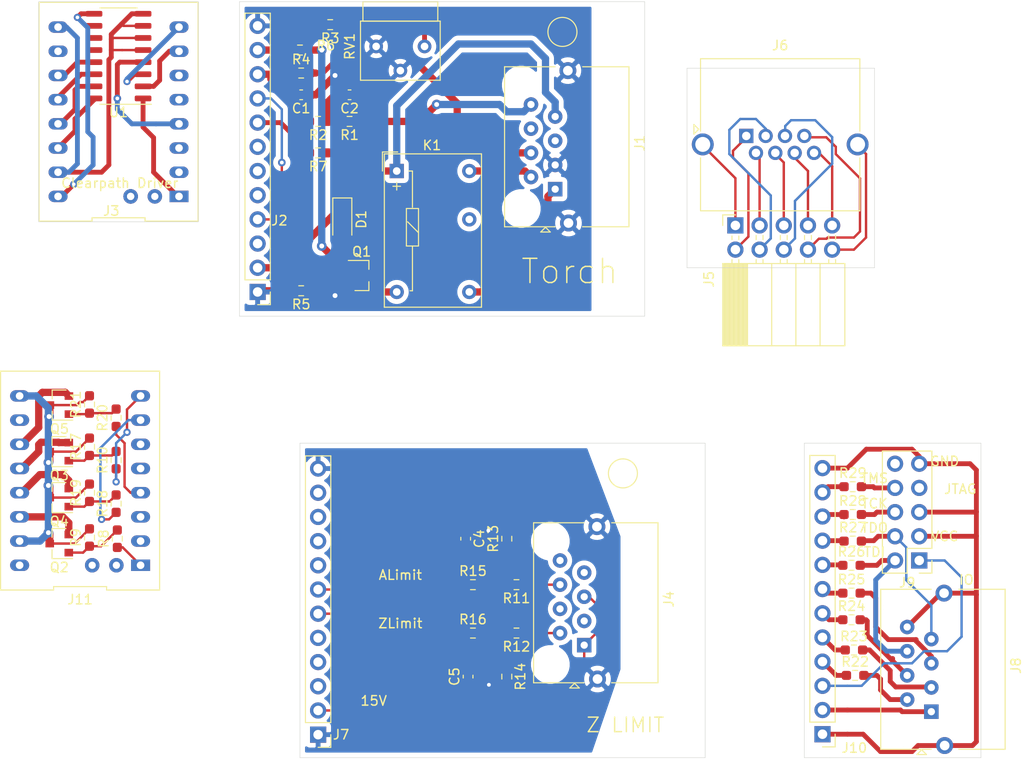
<source format=kicad_pcb>
(kicad_pcb (version 20171130) (host pcbnew "(5.1.8)-1")
  (layers (0 F.Cu signal) (31 B.Cu signal) (34 B.Paste user) (35 F.Paste user) (36 B.SilkS user) (37 F.SilkS user) (38 B.Mask user) (39 F.Mask user) (44 Edge.Cuts user))
  (net 0 "")
  (net 1 "Net-(C1-Pad2)")
  (net 2 "Net-(C2-Pad2)")
  (net 3 "Net-(D1-Pad1)")
  (net 4 "Net-(D1-Pad2)")
  (net 5 "Net-(J1-Pad8)")
  (net 6 "Net-(J1-Pad6)")
  (net 7 "Net-(J1-Pad5)")
  (net 8 "Net-(J1-Pad4)")
  (net 9 "Net-(J1-Pad2)")
  (net 10 "Net-(J1-Pad1)")
  (net 11 "Net-(J2-Pad3)")
  (net 12 "Net-(J2-Pad4)")
  (net 13 "Net-(J2-Pad5)")
  (net 14 "Net-(J2-Pad6)")
  (net 15 "Net-(J2-Pad7)")
  (net 16 "Net-(J2-Pad11)")
  (net 17 "Net-(J3-Pad1)")
  (net 18 "Net-(J3-Pad2)")
  (net 19 "Net-(J3-Pad3)")
  (net 20 "Net-(J3-Pad4)")
  (net 21 "Net-(J3-Pad5)")
  (net 22 "Net-(J3-Pad6)")
  (net 23 "Net-(J3-Pad7)")
  (net 24 "Net-(J3-Pad8)")
  (net 25 "Net-(K1-Pad10)")
  (net 26 "Net-(Q1-Pad1)")
  (net 27 "Net-(U1-Pad10)")
  (net 28 "Net-(U1-Pad11)")
  (net 29 "Net-(U1-Pad12)")
  (net 30 "Net-(J3-Pad10)")
  (net 31 "Net-(J3-Pad11)")
  (net 32 "Net-(J3-Pad12)")
  (net 33 "Net-(J3-Pad13)")
  (net 34 "Net-(J3-Pad14)")
  (net 35 "Net-(J3-Pad15)")
  (net 36 "Net-(J3-Pad16)")
  (net 37 "Net-(J5-Pad1)")
  (net 38 "Net-(J5-Pad2)")
  (net 39 "Net-(J5-Pad3)")
  (net 40 "Net-(J5-Pad4)")
  (net 41 "Net-(J5-Pad5)")
  (net 42 "Net-(J5-Pad6)")
  (net 43 "Net-(J5-Pad7)")
  (net 44 "Net-(J5-Pad8)")
  (net 45 "Net-(J5-Pad9)")
  (net 46 "Net-(J5-Pad10)")
  (net 47 "Net-(C4-Pad2)")
  (net 48 "Net-(C5-Pad2)")
  (net 49 "Net-(J4-Pad8)")
  (net 50 "Net-(J4-Pad7)")
  (net 51 "Net-(J4-Pad6)")
  (net 52 "Net-(J4-Pad1)")
  (net 53 "Net-(J4-Pad4)")
  (net 54 "Net-(J4-Pad3)")
  (net 55 "Net-(J4-Pad2)")
  (net 56 "Net-(J7-Pad3)")
  (net 57 "Net-(J7-Pad4)")
  (net 58 "Net-(J7-Pad5)")
  (net 59 "Net-(J7-Pad8)")
  (net 60 "Net-(J7-Pad9)")
  (net 61 "Net-(J7-Pad10)")
  (net 62 "Net-(J7-Pad11)")
  (net 63 "Net-(R11-Pad2)")
  (net 64 "Net-(R12-Pad2)")
  (net 65 "Net-(C4-Pad1)")
  (net 66 "Net-(C1-Pad1)")
  (net 67 "Net-(J10-Pad3)")
  (net 68 "Net-(J10-Pad8)")
  (net 69 "Net-(J10-Pad1)")
  (net 70 "Net-(J10-Pad9)")
  (net 71 "Net-(J10-Pad10)")
  (net 72 "Net-(J10-Pad11)")
  (net 73 "Net-(J10-Pad2)")
  (net 74 "Net-(J10-Pad4)")
  (net 75 "Net-(J10-Pad5)")
  (net 76 "Net-(J10-Pad6)")
  (net 77 "Net-(J10-Pad7)")
  (net 78 "Net-(J9-Pad7)")
  (net 79 "Net-(J9-Pad10)")
  (net 80 "Net-(J3-Pad18)")
  (net 81 "Net-(J2-Pad8)")
  (net 82 "Net-(J3-Pad17)")
  (net 83 "Net-(R3-Pad2)")
  (net 84 "Net-(J11-Pad16)")
  (net 85 "Net-(J11-Pad1)")
  (net 86 "Net-(J11-Pad15)")
  (net 87 "Net-(J11-Pad2)")
  (net 88 "Net-(J11-Pad14)")
  (net 89 "Net-(J11-Pad3)")
  (net 90 "Net-(J11-Pad13)")
  (net 91 "Net-(J11-Pad4)")
  (net 92 "Net-(J11-Pad12)")
  (net 93 "Net-(J11-Pad5)")
  (net 94 "Net-(J11-Pad11)")
  (net 95 "Net-(J11-Pad6)")
  (net 96 "Net-(J11-Pad10)")
  (net 97 "Net-(J11-Pad7)")
  (net 98 "Net-(J11-Pad8)")
  (net 99 "Net-(J11-Pad18)")
  (net 100 "Net-(J11-Pad17)")
  (net 101 "Net-(Q2-Pad1)")
  (net 102 "Net-(Q3-Pad1)")
  (net 103 "Net-(Q4-Pad1)")
  (net 104 "Net-(Q5-Pad1)")
  (net 105 "Net-(J8-Pad2)")
  (net 106 "Net-(J8-Pad3)")
  (net 107 "Net-(J8-Pad4)")
  (net 108 "Net-(J8-Pad5)")
  (net 109 "Net-(J8-Pad6)")
  (net 110 "Net-(J8-Pad7)")
  (net 111 "Net-(J9-Pad6)")
  (net 112 "Net-(J9-Pad8)")
  (module Resistor_SMD:R_0603_1608Metric_Pad0.98x0.95mm_HandSolder (layer F.Cu) (at 130.302 65.278 180)
    (fp_text reference R1 (at 0 -1.43) (layer F.SilkS))
    (fp_text value 3.3K)
    (pad 1 smd roundrect (at -0.9125 0 180) (size 0.975 0.95) (layers F.Cu F.Paste F.Mask) (net 5 "Net-(J1-Pad8)"))
    (pad 2 smd roundrect (at 0.9125 0 180) (size 0.975 0.95) (layers F.Cu F.Paste F.Mask) (net 2 "Net-(C2-Pad2)"))
  )
  (module Capacitor_SMD:C_0603_1608Metric_Pad1.08x0.95mm_HandSolder (layer F.Cu) (at 125.222 62.484 180)
    (fp_text reference C1 (at 0 -1.43) (layer F.SilkS))
    (fp_text value 22nf)
    (pad 1 smd roundrect (at -0.8625 0 180) (size 1.075 0.95) (layers F.Cu F.Paste F.Mask) (net 66 "Net-(C1-Pad1)"))
    (pad 2 smd roundrect (at 0.8625 0 180) (size 1.075 0.95) (layers F.Cu F.Paste F.Mask) (net 1 "Net-(C1-Pad2)"))
  )
  (module Capacitor_SMD:C_0603_1608Metric_Pad1.08x0.95mm_HandSolder (layer F.Cu) (at 130.302 62.484 180)
    (fp_text reference C2 (at 0 -1.43) (layer F.SilkS))
    (fp_text value 1uf)
    (pad 2 smd roundrect (at 0.8625 0 180) (size 1.075 0.95) (layers F.Cu F.Paste F.Mask) (net 2 "Net-(C2-Pad2)"))
    (pad 1 smd roundrect (at -0.8625 0 180) (size 1.075 0.95) (layers F.Cu F.Paste F.Mask) (net 66 "Net-(C1-Pad1)"))
  )
  (module Diode_SMD:D_SOD-123 (layer F.Cu) (at 129.54 75.565 270)
    (fp_text reference D1 (at 0 -2 90) (layer F.SilkS))
    (fp_text value D)
    (pad 1 smd rect (at -1.65 0 270) (size 0.9 1.2) (layers F.Cu F.Paste F.Mask) (net 3 "Net-(D1-Pad1)"))
    (pad 2 smd rect (at 1.65 0 270) (size 0.9 1.2) (layers F.Cu F.Paste F.Mask) (net 4 "Net-(D1-Pad2)"))
  )
  (module Connector_PinHeader_2.54mm:PinHeader_1x12_P2.54mm_Vertical (layer F.Cu) (at 120.65 83.185 180)
    (fp_text reference J2 (at -2.286 7.493) (layer F.SilkS))
    (fp_text value Module3)
    (pad 1 thru_hole rect (at 0 0 180) (size 1.7 1.7) (drill 1) (layers *.Cu *.Mask) (net 66 "Net-(C1-Pad1)"))
    (pad 2 thru_hole oval (at 0 2.54 180) (size 1.7 1.7) (drill 1) (layers *.Cu *.Mask) (net 3 "Net-(D1-Pad1)"))
    (pad 3 thru_hole oval (at 0 5.08 180) (size 1.7 1.7) (drill 1) (layers *.Cu *.Mask) (net 11 "Net-(J2-Pad3)"))
    (pad 4 thru_hole oval (at 0 7.62 180) (size 1.7 1.7) (drill 1) (layers *.Cu *.Mask) (net 12 "Net-(J2-Pad4)"))
    (pad 5 thru_hole oval (at 0 10.16 180) (size 1.7 1.7) (drill 1) (layers *.Cu *.Mask) (net 13 "Net-(J2-Pad5)"))
    (pad 6 thru_hole oval (at 0 12.7 180) (size 1.7 1.7) (drill 1) (layers *.Cu *.Mask) (net 14 "Net-(J2-Pad6)"))
    (pad 7 thru_hole oval (at 0 15.24 180) (size 1.7 1.7) (drill 1) (layers *.Cu *.Mask) (net 15 "Net-(J2-Pad7)"))
    (pad 8 thru_hole oval (at 0 17.78 180) (size 1.7 1.7) (drill 1) (layers *.Cu *.Mask) (net 81 "Net-(J2-Pad8)"))
    (pad 9 thru_hole oval (at 0 20.32 180) (size 1.7 1.7) (drill 1) (layers *.Cu *.Mask) (net 12 "Net-(J2-Pad4)"))
    (pad 10 thru_hole oval (at 0 22.86 180) (size 1.7 1.7) (drill 1) (layers *.Cu *.Mask) (net 1 "Net-(C1-Pad2)"))
    (pad 11 thru_hole oval (at 0 25.4 180) (size 1.7 1.7) (drill 1) (layers *.Cu *.Mask) (net 16 "Net-(J2-Pad11)"))
    (pad 12 thru_hole oval (at 0 27.94 180) (size 1.7 1.7) (drill 1) (layers *.Cu *.Mask) (net 66 "Net-(C1-Pad1)"))
  )
  (module Relay_THT:Relay_SPDT_Omron_G6E (layer F.Cu) (at 135.255 70.485)
    (fp_text reference K1 (at 3.7 -2.7 180) (layer F.SilkS))
    (fp_text value G6E)
    (pad 1 thru_hole rect (at 0 0 270) (size 1.50114 1.50114) (drill 0.8001) (layers *.Cu *.Mask) (net 3 "Net-(D1-Pad1)"))
    (pad 12 thru_hole circle (at 7.62 0 270) (size 1.50114 1.50114) (drill 0.8001) (layers *.Cu *.Mask) (net 9 "Net-(J1-Pad2)"))
    (pad 10 thru_hole circle (at 7.62 5.08 270) (size 1.50114 1.50114) (drill 0.8001) (layers *.Cu *.Mask) (net 25 "Net-(K1-Pad10)"))
    (pad 6 thru_hole circle (at 0 12.7 270) (size 1.50114 1.50114) (drill 0.8001) (layers *.Cu *.Mask) (net 4 "Net-(D1-Pad2)"))
    (pad 7 thru_hole circle (at 7.62 12.7 270) (size 1.50114 1.50114) (drill 0.8001) (layers *.Cu *.Mask) (net 10 "Net-(J1-Pad1)"))
  )
  (module Package_TO_SOT_SMD:SOT-23 (layer F.Cu) (at 131.572 81.4578)
    (fp_text reference Q1 (at 0 -2.5) (layer F.SilkS))
    (fp_text value IRLML2402)
    (pad 1 smd rect (at -1 -0.95) (size 0.9 0.8) (layers F.Cu F.Paste F.Mask) (net 26 "Net-(Q1-Pad1)"))
    (pad 2 smd rect (at -1 0.95) (size 0.9 0.8) (layers F.Cu F.Paste F.Mask) (net 66 "Net-(C1-Pad1)"))
    (pad 3 smd rect (at 1 0) (size 0.9 0.8) (layers F.Cu F.Paste F.Mask) (net 4 "Net-(D1-Pad2)"))
  )
  (module Resistor_SMD:R_0603_1608Metric_Pad0.98x0.95mm_HandSolder (layer F.Cu) (at 128.27 55.118 180)
    (fp_text reference R3 (at 0 -1.43) (layer F.SilkS))
    (fp_text value 1k)
    (pad 1 smd roundrect (at -0.9125 0 180) (size 0.975 0.95) (layers F.Cu F.Paste F.Mask) (net 8 "Net-(J1-Pad4)"))
    (pad 2 smd roundrect (at 0.9125 0 180) (size 0.975 0.95) (layers F.Cu F.Paste F.Mask) (net 83 "Net-(R3-Pad2)"))
  )
  (module Resistor_SMD:R_0603_1608Metric_Pad0.98x0.95mm_HandSolder (layer F.Cu) (at 125.222 60.198)
    (fp_text reference R4 (at 0 -1.43) (layer F.SilkS))
    (fp_text value 10k)
    (pad 1 smd roundrect (at -0.9125 0) (size 0.975 0.95) (layers F.Cu F.Paste F.Mask) (net 1 "Net-(C1-Pad2)"))
    (pad 2 smd roundrect (at 0.9125 0) (size 0.975 0.95) (layers F.Cu F.Paste F.Mask) (net 83 "Net-(R3-Pad2)"))
  )
  (module Resistor_SMD:R_0603_1608Metric_Pad0.98x0.95mm_HandSolder (layer F.Cu) (at 125.222 83.058 180)
    (fp_text reference R5 (at 0 -1.43) (layer F.SilkS))
    (fp_text value 10k)
    (pad 2 smd roundrect (at 0.9125 0 180) (size 0.975 0.95) (layers F.Cu F.Paste F.Mask) (net 66 "Net-(C1-Pad1)"))
    (pad 1 smd roundrect (at -0.9125 0 180) (size 0.975 0.95) (layers F.Cu F.Paste F.Mask) (net 26 "Net-(Q1-Pad1)"))
  )
  (module Resistor_SMD:R_0603_1608Metric_Pad0.98x0.95mm_HandSolder (layer F.Cu) (at 125.095 57.785)
    (fp_text reference R6 (at 2.7178 -0.4826) (layer F.SilkS))
    (fp_text value 200)
    (pad 1 smd roundrect (at -0.9125 0) (size 0.975 0.95) (layers F.Cu F.Paste F.Mask) (net 16 "Net-(J2-Pad11)"))
    (pad 2 smd roundrect (at 0.9125 0) (size 0.975 0.95) (layers F.Cu F.Paste F.Mask) (net 26 "Net-(Q1-Pad1)"))
  )
  (module Package_SO:SO-16_3.9x9.9mm_P1.27mm (layer F.Cu) (at 106.045 58.42 180)
    (fp_text reference U1 (at 0 -5.9) (layer F.SilkS))
    (fp_text value ULN2002)
    (pad 1 smd roundrect (at -2.575 -4.445 180) (size 1.75 0.6) (layers F.Cu F.Paste F.Mask) (net 17 "Net-(J3-Pad1)"))
    (pad 2 smd roundrect (at -2.575 -3.175 180) (size 1.75 0.6) (layers F.Cu F.Paste F.Mask) (net 23 "Net-(J3-Pad7)"))
    (pad 3 smd roundrect (at -2.575 -1.905 180) (size 1.75 0.6) (layers F.Cu F.Paste F.Mask) (net 24 "Net-(J3-Pad8)"))
    (pad 4 smd roundrect (at -2.575 -0.635 180) (size 1.75 0.6) (layers F.Cu F.Paste F.Mask) (net 20 "Net-(J3-Pad4)"))
    (pad 5 smd roundrect (at -2.575 0.635 180) (size 1.75 0.6) (layers F.Cu F.Paste F.Mask) (net 35 "Net-(J3-Pad15)"))
    (pad 6 smd roundrect (at -2.575 1.905 180) (size 1.75 0.6) (layers F.Cu F.Paste F.Mask) (net 35 "Net-(J3-Pad15)"))
    (pad 7 smd roundrect (at -2.575 3.175 180) (size 1.75 0.6) (layers F.Cu F.Paste F.Mask) (net 35 "Net-(J3-Pad15)"))
    (pad 8 smd roundrect (at -2.575 4.445 180) (size 1.75 0.6) (layers F.Cu F.Paste F.Mask) (net 35 "Net-(J3-Pad15)"))
    (pad 9 smd roundrect (at 2.575 4.445 180) (size 1.75 0.6) (layers F.Cu F.Paste F.Mask) (net 36 "Net-(J3-Pad16)"))
    (pad 10 smd roundrect (at 2.575 3.175 180) (size 1.75 0.6) (layers F.Cu F.Paste F.Mask) (net 27 "Net-(U1-Pad10)"))
    (pad 11 smd roundrect (at 2.575 1.905 180) (size 1.75 0.6) (layers F.Cu F.Paste F.Mask) (net 28 "Net-(U1-Pad11)"))
    (pad 12 smd roundrect (at 2.575 0.635 180) (size 1.75 0.6) (layers F.Cu F.Paste F.Mask) (net 29 "Net-(U1-Pad12)"))
    (pad 13 smd roundrect (at 2.575 -0.635 180) (size 1.75 0.6) (layers F.Cu F.Paste F.Mask) (net 31 "Net-(J3-Pad11)"))
    (pad 14 smd roundrect (at 2.575 -1.905 180) (size 1.75 0.6) (layers F.Cu F.Paste F.Mask) (net 32 "Net-(J3-Pad12)"))
    (pad 15 smd roundrect (at 2.575 -3.175 180) (size 1.75 0.6) (layers F.Cu F.Paste F.Mask) (net 33 "Net-(J3-Pad13)"))
    (pad 16 smd roundrect (at 2.575 -4.445 180) (size 1.75 0.6) (layers F.Cu F.Paste F.Mask) (net 34 "Net-(J3-Pad14)"))
  )
  (module Connector_PinSocket_2.54mm:PinSocket_2x05_P2.54mm_Horizontal (layer F.Cu) (at 170.815 76.2 90)
    (fp_text reference J5 (at -5.65 -2.77 90) (layer F.SilkS))
    (fp_text value ~)
    (pad 1 thru_hole rect (at 0 0 90) (size 1.7 1.7) (drill 1) (layers *.Cu *.Mask) (net 37 "Net-(J5-Pad1)"))
    (pad 2 thru_hole oval (at -2.54 0 90) (size 1.7 1.7) (drill 1) (layers *.Cu *.Mask) (net 38 "Net-(J5-Pad2)"))
    (pad 3 thru_hole oval (at 0 2.54 90) (size 1.7 1.7) (drill 1) (layers *.Cu *.Mask) (net 39 "Net-(J5-Pad3)"))
    (pad 4 thru_hole oval (at -2.54 2.54 90) (size 1.7 1.7) (drill 1) (layers *.Cu *.Mask) (net 40 "Net-(J5-Pad4)"))
    (pad 5 thru_hole oval (at 0 5.08 90) (size 1.7 1.7) (drill 1) (layers *.Cu *.Mask) (net 41 "Net-(J5-Pad5)"))
    (pad 6 thru_hole oval (at -2.54 5.08 90) (size 1.7 1.7) (drill 1) (layers *.Cu *.Mask) (net 42 "Net-(J5-Pad6)"))
    (pad 7 thru_hole oval (at 0 7.62 90) (size 1.7 1.7) (drill 1) (layers *.Cu *.Mask) (net 43 "Net-(J5-Pad7)"))
    (pad 8 thru_hole oval (at -2.54 7.62 90) (size 1.7 1.7) (drill 1) (layers *.Cu *.Mask) (net 44 "Net-(J5-Pad8)"))
    (pad 9 thru_hole oval (at 0 10.16 90) (size 1.7 1.7) (drill 1) (layers *.Cu *.Mask) (net 45 "Net-(J5-Pad9)"))
    (pad 10 thru_hole oval (at -2.54 10.16 90) (size 1.7 1.7) (drill 1) (layers *.Cu *.Mask) (net 46 "Net-(J5-Pad10)"))
  )
  (module Capacitor_SMD:C_0603_1608Metric_Pad1.08x0.95mm_HandSolder (layer F.Cu) (at 142.494 109.093 270)
    (fp_text reference C4 (at 0 -1.43 90) (layer F.SilkS))
    (fp_text value 1uf)
    (pad 1 smd roundrect (at -0.8625 0 270) (size 1.075 0.95) (layers F.Cu F.Paste F.Mask) (net 65 "Net-(C4-Pad1)"))
    (pad 2 smd roundrect (at 0.8625 0 270) (size 1.075 0.95) (layers F.Cu F.Paste F.Mask) (net 47 "Net-(C4-Pad2)"))
  )
  (module Capacitor_SMD:C_0603_1608Metric_Pad1.08x0.95mm_HandSolder (layer F.Cu) (at 142.748 123.571 90)
    (fp_text reference C5 (at 0 -1.43 90) (layer F.SilkS))
    (fp_text value 1uf)
    (pad 2 smd roundrect (at 0.8625 0 90) (size 1.075 0.95) (layers F.Cu F.Paste F.Mask) (net 48 "Net-(C5-Pad2)"))
    (pad 1 smd roundrect (at -0.8625 0 90) (size 1.075 0.95) (layers F.Cu F.Paste F.Mask) (net 65 "Net-(C4-Pad1)"))
  )
  (module Connector_PinHeader_2.54mm:PinHeader_1x12_P2.54mm_Vertical (layer F.Cu) (at 127 129.667 180)
    (fp_text reference J7 (at -2.413 0) (layer F.SilkS))
    (fp_text value Module1)
    (pad 1 thru_hole rect (at 0 0 180) (size 1.7 1.7) (drill 1) (layers *.Cu *.Mask) (net 65 "Net-(C4-Pad1)"))
    (pad 2 thru_hole oval (at 0 2.54 180) (size 1.7 1.7) (drill 1) (layers *.Cu *.Mask) (net 52 "Net-(J4-Pad1)"))
    (pad 3 thru_hole oval (at 0 5.08 180) (size 1.7 1.7) (drill 1) (layers *.Cu *.Mask) (net 56 "Net-(J7-Pad3)"))
    (pad 4 thru_hole oval (at 0 7.62 180) (size 1.7 1.7) (drill 1) (layers *.Cu *.Mask) (net 57 "Net-(J7-Pad4)"))
    (pad 5 thru_hole oval (at 0 10.16 180) (size 1.7 1.7) (drill 1) (layers *.Cu *.Mask) (net 58 "Net-(J7-Pad5)"))
    (pad 6 thru_hole oval (at 0 12.7 180) (size 1.7 1.7) (drill 1) (layers *.Cu *.Mask) (net 48 "Net-(C5-Pad2)"))
    (pad 7 thru_hole oval (at 0 15.24 180) (size 1.7 1.7) (drill 1) (layers *.Cu *.Mask) (net 47 "Net-(C4-Pad2)"))
    (pad 8 thru_hole oval (at 0 17.78 180) (size 1.7 1.7) (drill 1) (layers *.Cu *.Mask) (net 59 "Net-(J7-Pad8)"))
    (pad 9 thru_hole oval (at 0 20.32 180) (size 1.7 1.7) (drill 1) (layers *.Cu *.Mask) (net 60 "Net-(J7-Pad9)"))
    (pad 10 thru_hole oval (at 0 22.86 180) (size 1.7 1.7) (drill 1) (layers *.Cu *.Mask) (net 61 "Net-(J7-Pad10)"))
    (pad 11 thru_hole oval (at 0 25.4 180) (size 1.7 1.7) (drill 1) (layers *.Cu *.Mask) (net 62 "Net-(J7-Pad11)"))
    (pad 12 thru_hole oval (at 0 27.94 180) (size 1.7 1.7) (drill 1) (layers *.Cu *.Mask) (net 65 "Net-(C4-Pad1)"))
  )
  (module Resistor_SMD:R_0603_1608Metric_Pad0.98x0.95mm_HandSolder (layer F.Cu) (at 147.828 113.919 180)
    (fp_text reference R11 (at 0 -1.43) (layer F.SilkS))
    (fp_text value 3.3k)
    (pad 2 smd roundrect (at 0.9125 0 180) (size 0.975 0.95) (layers F.Cu F.Paste F.Mask) (net 63 "Net-(R11-Pad2)"))
    (pad 1 smd roundrect (at -0.9125 0 180) (size 0.975 0.95) (layers F.Cu F.Paste F.Mask) (net 51 "Net-(J4-Pad6)"))
  )
  (module Resistor_SMD:R_0603_1608Metric_Pad0.98x0.95mm_HandSolder (layer F.Cu) (at 147.828 118.999 180)
    (fp_text reference R12 (at 0 -1.43) (layer F.SilkS))
    (fp_text value 3.3k)
    (pad 1 smd roundrect (at -0.9125 0 180) (size 0.975 0.95) (layers F.Cu F.Paste F.Mask) (net 55 "Net-(J4-Pad2)"))
    (pad 2 smd roundrect (at 0.9125 0 180) (size 0.975 0.95) (layers F.Cu F.Paste F.Mask) (net 64 "Net-(R12-Pad2)"))
  )
  (module Resistor_SMD:R_0603_1608Metric_Pad0.98x0.95mm_HandSolder (layer F.Cu) (at 146.812 109.093 90)
    (fp_text reference R13 (at 0 -1.43 90) (layer F.SilkS))
    (fp_text value 1k)
    (pad 1 smd roundrect (at -0.9125 0 90) (size 0.975 0.95) (layers F.Cu F.Paste F.Mask) (net 63 "Net-(R11-Pad2)"))
    (pad 2 smd roundrect (at 0.9125 0 90) (size 0.975 0.95) (layers F.Cu F.Paste F.Mask) (net 65 "Net-(C4-Pad1)"))
  )
  (module Resistor_SMD:R_0603_1608Metric_Pad0.98x0.95mm_HandSolder (layer F.Cu) (at 146.812 123.571 270)
    (fp_text reference R14 (at 0 -1.43 90) (layer F.SilkS))
    (fp_text value 1k)
    (pad 2 smd roundrect (at 0.9125 0 270) (size 0.975 0.95) (layers F.Cu F.Paste F.Mask) (net 65 "Net-(C4-Pad1)"))
    (pad 1 smd roundrect (at -0.9125 0 270) (size 0.975 0.95) (layers F.Cu F.Paste F.Mask) (net 64 "Net-(R12-Pad2)"))
  )
  (module Resistor_SMD:R_0603_1608Metric_Pad0.98x0.95mm_HandSolder (layer F.Cu) (at 143.256 113.919)
    (fp_text reference R15 (at 0 -1.43) (layer F.SilkS))
    (fp_text value 10k)
    (pad 2 smd roundrect (at 0.9125 0) (size 0.975 0.95) (layers F.Cu F.Paste F.Mask) (net 63 "Net-(R11-Pad2)"))
    (pad 1 smd roundrect (at -0.9125 0) (size 0.975 0.95) (layers F.Cu F.Paste F.Mask) (net 47 "Net-(C4-Pad2)"))
  )
  (module Resistor_SMD:R_0603_1608Metric_Pad0.98x0.95mm_HandSolder (layer F.Cu) (at 143.256 118.999)
    (fp_text reference R16 (at 0 -1.43) (layer F.SilkS))
    (fp_text value 10k)
    (pad 1 smd roundrect (at -0.9125 0) (size 0.975 0.95) (layers F.Cu F.Paste F.Mask) (net 48 "Net-(C5-Pad2)"))
    (pad 2 smd roundrect (at 0.9125 0) (size 0.975 0.95) (layers F.Cu F.Paste F.Mask) (net 64 "Net-(R12-Pad2)"))
  )
  (module Modules:ClearpathDriver (layer F.Cu) (at 106.045 64.262)
    (fp_text reference J3 (at -0.762 10.414 180) (layer F.SilkS))
    (fp_text value Conn_01x18_Male)
    (pad 16 thru_hole oval (at -6.35 8.89 90) (size 1.2 2) (drill 0.8) (layers *.Cu *.Mask) (net 36 "Net-(J3-Pad16)"))
    (pad 1 thru_hole rect (at 6.35 8.89 90) (size 1.2 2) (drill 0.8) (layers *.Cu *.Mask) (net 17 "Net-(J3-Pad1)"))
    (pad 15 thru_hole oval (at -6.35 6.35 90) (size 1.2 2) (drill 0.8) (layers *.Cu *.Mask) (net 35 "Net-(J3-Pad15)"))
    (pad 2 thru_hole oval (at 6.35 6.35 90) (size 1.2 2) (drill 0.8) (layers *.Cu *.Mask) (net 18 "Net-(J3-Pad2)"))
    (pad 14 thru_hole oval (at -6.35 3.81 90) (size 1.2 2) (drill 0.8) (layers *.Cu *.Mask) (net 34 "Net-(J3-Pad14)"))
    (pad 3 thru_hole oval (at 6.35 3.81 90) (size 1.2 2) (drill 0.8) (layers *.Cu *.Mask) (net 19 "Net-(J3-Pad3)"))
    (pad 13 thru_hole oval (at -6.35 1.27 90) (size 1.2 2) (drill 0.8) (layers *.Cu *.Mask) (net 33 "Net-(J3-Pad13)"))
    (pad 4 thru_hole oval (at 6.35 1.27 90) (size 1.2 2) (drill 0.8) (layers *.Cu *.Mask) (net 20 "Net-(J3-Pad4)"))
    (pad 12 thru_hole oval (at -6.35 -1.27 90) (size 1.2 2) (drill 0.8) (layers *.Cu *.Mask) (net 32 "Net-(J3-Pad12)"))
    (pad 5 thru_hole oval (at 6.35 -1.27 90) (size 1.2 2) (drill 0.8) (layers *.Cu *.Mask) (net 21 "Net-(J3-Pad5)"))
    (pad 11 thru_hole oval (at -6.35 -3.81 90) (size 1.2 2) (drill 0.8) (layers *.Cu *.Mask) (net 31 "Net-(J3-Pad11)"))
    (pad 6 thru_hole oval (at 6.35 -3.81 90) (size 1.2 2) (drill 0.8) (layers *.Cu *.Mask) (net 22 "Net-(J3-Pad6)"))
    (pad 10 thru_hole oval (at -6.35 -6.35 90) (size 1.2 2) (drill 0.8) (layers *.Cu *.Mask) (net 30 "Net-(J3-Pad10)"))
    (pad 7 thru_hole oval (at 6.35 -6.35 90) (size 1.2 2) (drill 0.8) (layers *.Cu *.Mask) (net 23 "Net-(J3-Pad7)"))
    (pad 9 thru_hole oval (at -6.35 -8.89 90) (size 1.2 2) (drill 0.8) (layers *.Cu *.Mask) (net 35 "Net-(J3-Pad15)"))
    (pad 8 thru_hole oval (at 6.35 -8.89 90) (size 1.2 2) (drill 0.8) (layers *.Cu *.Mask) (net 24 "Net-(J3-Pad8)"))
    (pad 17 thru_hole circle (at 1.27 8.89) (size 1.524 1.524) (drill 0.762) (layers *.Cu *.Mask) (net 82 "Net-(J3-Pad17)"))
    (pad 18 thru_hole circle (at 1.27 8.89) (size 1.524 1.524) (drill 0.762) (layers *.Cu *.Mask) (net 80 "Net-(J3-Pad18)"))
    (pad 18 thru_hole circle (at 3.81 8.89) (size 1.524 1.524) (drill 0.762) (layers *.Cu *.Mask) (net 80 "Net-(J3-Pad18)"))
  )
  (module Modules:RJ45_Torb_Vertical (layer F.Cu) (at 150.876 72.39 90)
    (fp_text reference J1 (at 4.826 9.906 90) (layer F.SilkS))
    (fp_text value Torch)
    (pad "" np_thru_hole circle (at 10.922 -2.54 90) (size 3.048 3.048) (drill 3.048) (layers *.Cu *.Mask))
    (pad "" np_thru_hole circle (at -2.032 -2.54 90) (size 3.048 3.048) (drill 3.048) (layers *.Cu *.Mask))
    (pad 9 thru_hole circle (at 12.446 2.3495 90) (size 1.778 1.778) (drill 1.016) (layers *.Cu *.Mask) (net 66 "Net-(C1-Pad1)"))
    (pad 10 thru_hole circle (at -3.556 2.413 90) (size 1.778 1.778) (drill 1.016) (layers *.Cu *.Mask) (net 66 "Net-(C1-Pad1)"))
    (pad 8 thru_hole circle (at 8.89 -1.524 90) (size 1.524 1.524) (drill 0.762) (layers *.Cu *.Mask) (net 5 "Net-(J1-Pad8)"))
    (pad 7 thru_hole circle (at 7.62 1.016 90) (size 1.524 1.524) (drill 0.762) (layers *.Cu *.Mask) (net 3 "Net-(D1-Pad1)"))
    (pad 6 thru_hole circle (at 6.35 -1.524 90) (size 1.524 1.524) (drill 0.762) (layers *.Cu *.Mask) (net 6 "Net-(J1-Pad6)"))
    (pad 5 thru_hole circle (at 5.08 1.016 90) (size 1.524 1.524) (drill 0.762) (layers *.Cu *.Mask) (net 7 "Net-(J1-Pad5)"))
    (pad 4 thru_hole circle (at 3.81 -1.524 90) (size 1.524 1.524) (drill 0.762) (layers *.Cu *.Mask) (net 8 "Net-(J1-Pad4)"))
    (pad 3 thru_hole circle (at 2.54 1.016 90) (size 1.524 1.524) (drill 0.762) (layers *.Cu *.Mask) (net 66 "Net-(C1-Pad1)"))
    (pad 2 thru_hole circle (at 1.27 -1.524 90) (size 1.524 1.524) (drill 0.762) (layers *.Cu *.Mask) (net 9 "Net-(J1-Pad2)"))
    (pad 1 thru_hole rect (at 0 1.016 90) (size 1.524 1.524) (drill 0.762) (layers *.Cu *.Mask) (net 10 "Net-(J1-Pad1)"))
  )
  (module Modules:RJ45_Torb_Vertical (layer F.Cu) (at 153.924 120.269 90)
    (fp_text reference J4 (at 4.826 9.906 90) (layer F.SilkS))
    (fp_text value Limit)
    (pad 1 thru_hole rect (at 0 1.016 90) (size 1.524 1.524) (drill 0.762) (layers *.Cu *.Mask) (net 52 "Net-(J4-Pad1)"))
    (pad 2 thru_hole circle (at 1.27 -1.524 90) (size 1.524 1.524) (drill 0.762) (layers *.Cu *.Mask) (net 55 "Net-(J4-Pad2)"))
    (pad 3 thru_hole circle (at 2.54 1.016 90) (size 1.524 1.524) (drill 0.762) (layers *.Cu *.Mask) (net 54 "Net-(J4-Pad3)"))
    (pad 4 thru_hole circle (at 3.81 -1.524 90) (size 1.524 1.524) (drill 0.762) (layers *.Cu *.Mask) (net 53 "Net-(J4-Pad4)"))
    (pad 5 thru_hole circle (at 5.08 1.016 90) (size 1.524 1.524) (drill 0.762) (layers *.Cu *.Mask) (net 52 "Net-(J4-Pad1)"))
    (pad 6 thru_hole circle (at 6.35 -1.524 90) (size 1.524 1.524) (drill 0.762) (layers *.Cu *.Mask) (net 51 "Net-(J4-Pad6)"))
    (pad 7 thru_hole circle (at 7.62 1.016 90) (size 1.524 1.524) (drill 0.762) (layers *.Cu *.Mask) (net 50 "Net-(J4-Pad7)"))
    (pad 8 thru_hole circle (at 8.89 -1.524 90) (size 1.524 1.524) (drill 0.762) (layers *.Cu *.Mask) (net 49 "Net-(J4-Pad8)"))
    (pad 10 thru_hole circle (at -3.556 2.413 90) (size 1.778 1.778) (drill 1.016) (layers *.Cu *.Mask) (net 65 "Net-(C4-Pad1)"))
    (pad 9 thru_hole circle (at 12.446 2.3495 90) (size 1.778 1.778) (drill 1.016) (layers *.Cu *.Mask) (net 65 "Net-(C4-Pad1)"))
    (pad "" np_thru_hole circle (at -2.032 -2.54 90) (size 3.048 3.048) (drill 3.048) (layers *.Cu *.Mask))
    (pad "" np_thru_hole circle (at 10.922 -2.54 90) (size 3.048 3.048) (drill 3.048) (layers *.Cu *.Mask))
  )
  (module Connector_RJ:RJ45_Amphenol_RJHSE5380 (layer F.Cu) (at 171.958 66.802)
    (fp_text reference J6 (at 3.56 -9.5) (layer F.SilkS))
    (fp_text value Motor)
    (pad 1 thru_hole rect (at 0 0) (size 1.5 1.5) (drill 0.89) (layers *.Cu *.Mask) (net 38 "Net-(J5-Pad2)"))
    (pad 3 thru_hole circle (at 2.032 0) (size 1.5 1.5) (drill 0.89) (layers *.Cu *.Mask) (net 40 "Net-(J5-Pad4)"))
    (pad 5 thru_hole circle (at 4.064 0) (size 1.5 1.5) (drill 0.89) (layers *.Cu *.Mask) (net 42 "Net-(J5-Pad6)"))
    (pad 7 thru_hole circle (at 6.096 0) (size 1.5 1.5) (drill 0.89) (layers *.Cu *.Mask) (net 44 "Net-(J5-Pad8)"))
    (pad 2 thru_hole circle (at 1.016 1.78) (size 1.5 1.5) (drill 0.89) (layers *.Cu *.Mask) (net 39 "Net-(J5-Pad3)"))
    (pad 4 thru_hole circle (at 3.048 1.78) (size 1.5 1.5) (drill 0.89) (layers *.Cu *.Mask) (net 41 "Net-(J5-Pad5)"))
    (pad 6 thru_hole circle (at 5.08 1.78) (size 1.5 1.5) (drill 0.89) (layers *.Cu *.Mask) (net 43 "Net-(J5-Pad7)"))
    (pad 8 thru_hole circle (at 7.112 1.78) (size 1.5 1.5) (drill 0.89) (layers *.Cu *.Mask) (net 45 "Net-(J5-Pad9)"))
    (pad "" np_thru_hole circle (at -2.79 -2.54) (size 3.25 3.25) (drill 3.25) (layers *.Cu *.Mask))
    (pad "" np_thru_hole circle (at 9.91 -2.54) (size 3.25 3.25) (drill 3.25) (layers *.Cu *.Mask))
    (pad SH thru_hole circle (at 11.69 0.89) (size 2.3 2.3) (drill 1.57) (layers *.Cu *.Mask))
    (pad SH thru_hole circle (at -4.57 0.89) (size 2.3 2.3) (drill 1.57) (layers *.Cu *.Mask))
  )
  (module Connector_PinHeader_2.54mm:PinHeader_1x12_P2.54mm_Vertical (layer F.Cu) (at 179.959 129.619999 180)
    (fp_text reference J10 (at -3.349001 -1.444001) (layer F.SilkS))
    (fp_text value "Module conn")
    (pad 1 thru_hole rect (at 0 0 180) (size 1.7 1.7) (drill 1) (layers *.Cu *.Mask) (net 69 "Net-(J10-Pad1)"))
    (pad 2 thru_hole oval (at 0 2.54 180) (size 1.7 1.7) (drill 1) (layers *.Cu *.Mask) (net 73 "Net-(J10-Pad2)"))
    (pad 3 thru_hole oval (at 0 5.08 180) (size 1.7 1.7) (drill 1) (layers *.Cu *.Mask) (net 67 "Net-(J10-Pad3)"))
    (pad 4 thru_hole oval (at 0 7.62 180) (size 1.7 1.7) (drill 1) (layers *.Cu *.Mask) (net 74 "Net-(J10-Pad4)"))
    (pad 5 thru_hole oval (at 0 10.16 180) (size 1.7 1.7) (drill 1) (layers *.Cu *.Mask) (net 75 "Net-(J10-Pad5)"))
    (pad 6 thru_hole oval (at 0 12.7 180) (size 1.7 1.7) (drill 1) (layers *.Cu *.Mask) (net 76 "Net-(J10-Pad6)"))
    (pad 7 thru_hole oval (at 0 15.24 180) (size 1.7 1.7) (drill 1) (layers *.Cu *.Mask) (net 77 "Net-(J10-Pad7)"))
    (pad 8 thru_hole oval (at 0 17.78 180) (size 1.7 1.7) (drill 1) (layers *.Cu *.Mask) (net 68 "Net-(J10-Pad8)"))
    (pad 9 thru_hole oval (at 0 20.32 180) (size 1.7 1.7) (drill 1) (layers *.Cu *.Mask) (net 70 "Net-(J10-Pad9)"))
    (pad 10 thru_hole oval (at 0 22.86 180) (size 1.7 1.7) (drill 1) (layers *.Cu *.Mask) (net 71 "Net-(J10-Pad10)"))
    (pad 11 thru_hole oval (at 0 25.4 180) (size 1.7 1.7) (drill 1) (layers *.Cu *.Mask) (net 72 "Net-(J10-Pad11)"))
    (pad 12 thru_hole oval (at 0 27.94 180) (size 1.7 1.7) (drill 1) (layers *.Cu *.Mask) (net 69 "Net-(J10-Pad1)"))
  )
  (module Modules:RJ45_Torb_Vertical (layer F.Cu) (at 190.373 127.254 90)
    (fp_text reference J8 (at 4.826 9.906 90) (layer F.SilkS))
    (fp_text value Torch)
    (pad 1 thru_hole rect (at 0 1.016 90) (size 1.524 1.524) (drill 0.762) (layers *.Cu *.Mask) (net 73 "Net-(J10-Pad2)"))
    (pad 2 thru_hole circle (at 1.27 -1.524 90) (size 1.524 1.524) (drill 0.762) (layers *.Cu *.Mask) (net 105 "Net-(J8-Pad2)"))
    (pad 3 thru_hole circle (at 2.54 1.016 90) (size 1.524 1.524) (drill 0.762) (layers *.Cu *.Mask) (net 106 "Net-(J8-Pad3)"))
    (pad 4 thru_hole circle (at 3.81 -1.524 90) (size 1.524 1.524) (drill 0.762) (layers *.Cu *.Mask) (net 107 "Net-(J8-Pad4)"))
    (pad 5 thru_hole circle (at 5.08 1.016 90) (size 1.524 1.524) (drill 0.762) (layers *.Cu *.Mask) (net 108 "Net-(J8-Pad5)"))
    (pad 6 thru_hole circle (at 6.35 -1.524 90) (size 1.524 1.524) (drill 0.762) (layers *.Cu *.Mask) (net 109 "Net-(J8-Pad6)"))
    (pad 7 thru_hole circle (at 7.62 1.016 90) (size 1.524 1.524) (drill 0.762) (layers *.Cu *.Mask) (net 110 "Net-(J8-Pad7)"))
    (pad 8 thru_hole circle (at 8.89 -1.524 90) (size 1.524 1.524) (drill 0.762) (layers *.Cu *.Mask) (net 69 "Net-(J10-Pad1)"))
    (pad 10 thru_hole circle (at -3.556 2.413 90) (size 1.778 1.778) (drill 1.016) (layers *.Cu *.Mask) (net 69 "Net-(J10-Pad1)"))
    (pad 9 thru_hole circle (at 12.446 2.3495 90) (size 1.778 1.778) (drill 1.016) (layers *.Cu *.Mask) (net 69 "Net-(J10-Pad1)"))
    (pad "" np_thru_hole circle (at -2.032 -2.54 90) (size 3.048 3.048) (drill 3.048) (layers *.Cu *.Mask))
    (pad "" np_thru_hole circle (at 10.922 -2.54 90) (size 3.048 3.048) (drill 3.048) (layers *.Cu *.Mask))
  )
  (module Resistor_SMD:R_0603_1608Metric_Pad0.98x0.95mm_HandSolder (layer F.Cu) (at 127 65.278 180)
    (fp_text reference R2 (at 0 -1.43) (layer F.SilkS))
    (fp_text value 1k)
    (pad 1 smd roundrect (at -0.9125 0 180) (size 0.975 0.95) (layers F.Cu F.Paste F.Mask) (net 2 "Net-(C2-Pad2)"))
    (pad 2 smd roundrect (at 0.9125 0 180) (size 0.975 0.95) (layers F.Cu F.Paste F.Mask) (net 66 "Net-(C1-Pad1)"))
  )
  (module Resistor_SMD:R_0603_1608Metric_Pad0.98x0.95mm_HandSolder (layer F.Cu) (at 127 68.58 180)
    (fp_text reference R7 (at 0 -1.43) (layer F.SilkS))
    (fp_text value 10k)
    (pad 2 smd roundrect (at 0.9125 0 180) (size 0.975 0.95) (layers F.Cu F.Paste F.Mask) (net 81 "Net-(J2-Pad8)"))
    (pad 1 smd roundrect (at -0.9125 0 180) (size 0.975 0.95) (layers F.Cu F.Paste F.Mask) (net 2 "Net-(C2-Pad2)"))
  )
  (module Potentiometer_THT:Potentiometer_Bourns_3339S_Horizontal (layer F.Cu) (at 133.096 57.404 90)
    (fp_text reference RV1 (at 0 -2.775 90) (layer F.SilkS))
    (fp_text value 2K)
    (pad 3 thru_hole circle (at 0 5.08 90) (size 1.44 1.44) (drill 0.8) (layers *.Cu *.Mask) (net 83 "Net-(R3-Pad2)"))
    (pad 2 thru_hole circle (at -2.54 2.54 90) (size 1.44 1.44) (drill 0.8) (layers *.Cu *.Mask) (net 66 "Net-(C1-Pad1)"))
    (pad 1 thru_hole circle (at 0 0 90) (size 1.44 1.44) (drill 0.8) (layers *.Cu *.Mask) (net 66 "Net-(C1-Pad1)"))
  )
  (module Connector_PinHeader_2.54mm:PinHeader_2x05_P2.54mm_Vertical (layer F.Cu) (at 190.119 111.379 180)
    (fp_text reference J9 (at 1.27 -2.33) (layer F.SilkS))
    (fp_text value "2.54 pin")
    (pad 1 thru_hole rect (at 0 0 180) (size 1.7 1.7) (drill 1) (layers *.Cu *.Mask) (net 67 "Net-(J10-Pad3)"))
    (pad 2 thru_hole oval (at 2.54 0 180) (size 1.7 1.7) (drill 1) (layers *.Cu *.Mask) (net 109 "Net-(J8-Pad6)"))
    (pad 3 thru_hole oval (at 0 2.54 180) (size 1.7 1.7) (drill 1) (layers *.Cu *.Mask) (net 69 "Net-(J10-Pad1)"))
    (pad 4 thru_hole oval (at 2.54 2.54 180) (size 1.7 1.7) (drill 1) (layers *.Cu *.Mask) (net 110 "Net-(J8-Pad7)"))
    (pad 5 thru_hole oval (at 0 5.08 180) (size 1.7 1.7) (drill 1) (layers *.Cu *.Mask) (net 69 "Net-(J10-Pad1)"))
    (pad 6 thru_hole oval (at 2.54 5.08 180) (size 1.7 1.7) (drill 1) (layers *.Cu *.Mask) (net 111 "Net-(J9-Pad6)"))
    (pad 7 thru_hole oval (at 0 7.62 180) (size 1.7 1.7) (drill 1) (layers *.Cu *.Mask) (net 78 "Net-(J9-Pad7)"))
    (pad 8 thru_hole oval (at 2.54 7.62 180) (size 1.7 1.7) (drill 1) (layers *.Cu *.Mask) (net 112 "Net-(J9-Pad8)"))
    (pad 9 thru_hole oval (at 0 10.16 180) (size 1.7 1.7) (drill 1) (layers *.Cu *.Mask) (net 69 "Net-(J10-Pad1)"))
    (pad 10 thru_hole oval (at 2.54 10.16 180) (size 1.7 1.7) (drill 1) (layers *.Cu *.Mask) (net 79 "Net-(J9-Pad10)"))
  )
  (module Modules:ClearpathDriver (layer F.Cu) (at 102.009001 102.990001)
    (fp_text reference J11 (at 0 12.49 180) (layer F.SilkS))
    (fp_text value Conn_01x18_Male)
    (pad 16 thru_hole oval (at -6.35 8.89 90) (size 1.2 2) (drill 0.8) (layers *.Cu *.Mask) (net 84 "Net-(J11-Pad16)"))
    (pad 1 thru_hole rect (at 6.35 8.89 90) (size 1.2 2) (drill 0.8) (layers *.Cu *.Mask) (net 85 "Net-(J11-Pad1)"))
    (pad 15 thru_hole oval (at -6.35 6.35 90) (size 1.2 2) (drill 0.8) (layers *.Cu *.Mask) (net 86 "Net-(J11-Pad15)"))
    (pad 2 thru_hole oval (at 6.35 6.35 90) (size 1.2 2) (drill 0.8) (layers *.Cu *.Mask) (net 87 "Net-(J11-Pad2)"))
    (pad 14 thru_hole oval (at -6.35 3.81 90) (size 1.2 2) (drill 0.8) (layers *.Cu *.Mask) (net 88 "Net-(J11-Pad14)"))
    (pad 3 thru_hole oval (at 6.35 3.81 90) (size 1.2 2) (drill 0.8) (layers *.Cu *.Mask) (net 89 "Net-(J11-Pad3)"))
    (pad 13 thru_hole oval (at -6.35 1.27 90) (size 1.2 2) (drill 0.8) (layers *.Cu *.Mask) (net 90 "Net-(J11-Pad13)"))
    (pad 4 thru_hole oval (at 6.35 1.27 90) (size 1.2 2) (drill 0.8) (layers *.Cu *.Mask) (net 91 "Net-(J11-Pad4)"))
    (pad 12 thru_hole oval (at -6.35 -1.27 90) (size 1.2 2) (drill 0.8) (layers *.Cu *.Mask) (net 92 "Net-(J11-Pad12)"))
    (pad 5 thru_hole oval (at 6.35 -1.27 90) (size 1.2 2) (drill 0.8) (layers *.Cu *.Mask) (net 93 "Net-(J11-Pad5)"))
    (pad 11 thru_hole oval (at -6.35 -3.81 90) (size 1.2 2) (drill 0.8) (layers *.Cu *.Mask) (net 94 "Net-(J11-Pad11)"))
    (pad 6 thru_hole oval (at 6.35 -3.81 90) (size 1.2 2) (drill 0.8) (layers *.Cu *.Mask) (net 95 "Net-(J11-Pad6)"))
    (pad 10 thru_hole oval (at -6.35 -6.35 90) (size 1.2 2) (drill 0.8) (layers *.Cu *.Mask) (net 96 "Net-(J11-Pad10)"))
    (pad 7 thru_hole oval (at 6.35 -6.35 90) (size 1.2 2) (drill 0.8) (layers *.Cu *.Mask) (net 97 "Net-(J11-Pad7)"))
    (pad 9 thru_hole oval (at -6.35 -8.89 90) (size 1.2 2) (drill 0.8) (layers *.Cu *.Mask) (net 86 "Net-(J11-Pad15)"))
    (pad 8 thru_hole oval (at 6.35 -8.89 90) (size 1.2 2) (drill 0.8) (layers *.Cu *.Mask) (net 98 "Net-(J11-Pad8)"))
    (pad 18 thru_hole circle (at 3.81 8.89) (size 1.524 1.524) (drill 0.762) (layers *.Cu *.Mask) (net 99 "Net-(J11-Pad18)"))
    (pad 17 thru_hole circle (at 1.27 8.89) (size 1.524 1.524) (drill 0.762) (layers *.Cu *.Mask) (net 100 "Net-(J11-Pad17)"))
  )
  (module Package_TO_SOT_SMD:SOT-23 (layer F.Cu) (at 99.822 109.601 180)
    (fp_text reference Q2 (at 0 -2.5) (layer F.SilkS))
    (fp_text value IRLML2402)
    (pad 3 smd rect (at 1 0 180) (size 0.9 0.8) (layers F.Cu F.Paste F.Mask) (net 86 "Net-(J11-Pad15)"))
    (pad 2 smd rect (at -1 0.95 180) (size 0.9 0.8) (layers F.Cu F.Paste F.Mask) (net 88 "Net-(J11-Pad14)"))
    (pad 1 smd rect (at -1 -0.95 180) (size 0.9 0.8) (layers F.Cu F.Paste F.Mask) (net 101 "Net-(Q2-Pad1)"))
  )
  (module Package_TO_SOT_SMD:SOT-23 (layer F.Cu) (at 99.822 99.949 180)
    (fp_text reference Q3 (at 0 -2.5) (layer F.SilkS))
    (fp_text value IRLML2402)
    (pad 3 smd rect (at 1 0 180) (size 0.9 0.8) (layers F.Cu F.Paste F.Mask) (net 86 "Net-(J11-Pad15)"))
    (pad 2 smd rect (at -1 0.95 180) (size 0.9 0.8) (layers F.Cu F.Paste F.Mask) (net 92 "Net-(J11-Pad12)"))
    (pad 1 smd rect (at -1 -0.95 180) (size 0.9 0.8) (layers F.Cu F.Paste F.Mask) (net 102 "Net-(Q3-Pad1)"))
  )
  (module Package_TO_SOT_SMD:SOT-23 (layer F.Cu) (at 99.822 104.775 180)
    (fp_text reference Q4 (at 0 -2.5) (layer F.SilkS))
    (fp_text value IRLML2402)
    (pad 1 smd rect (at -1 -0.95 180) (size 0.9 0.8) (layers F.Cu F.Paste F.Mask) (net 103 "Net-(Q4-Pad1)"))
    (pad 2 smd rect (at -1 0.95 180) (size 0.9 0.8) (layers F.Cu F.Paste F.Mask) (net 90 "Net-(J11-Pad13)"))
    (pad 3 smd rect (at 1 0 180) (size 0.9 0.8) (layers F.Cu F.Paste F.Mask) (net 86 "Net-(J11-Pad15)"))
  )
  (module Package_TO_SOT_SMD:SOT-23 (layer F.Cu) (at 99.838 95.062 180)
    (fp_text reference Q5 (at 0 -2.5) (layer F.SilkS))
    (fp_text value IRLML2402)
    (pad 1 smd rect (at -1 -0.95 180) (size 0.9 0.8) (layers F.Cu F.Paste F.Mask) (net 104 "Net-(Q5-Pad1)"))
    (pad 2 smd rect (at -1 0.95 180) (size 0.9 0.8) (layers F.Cu F.Paste F.Mask) (net 94 "Net-(J11-Pad11)"))
    (pad 3 smd rect (at 1 0 180) (size 0.9 0.8) (layers F.Cu F.Paste F.Mask) (net 86 "Net-(J11-Pad15)"))
  )
  (module Resistor_SMD:R_0603_1608Metric_Pad0.98x0.95mm_HandSolder (layer F.Cu) (at 105.918 109.093 90)
    (fp_text reference R8 (at 0 -1.43 90) (layer F.SilkS))
    (fp_text value 200)
    (pad 1 smd roundrect (at -0.9125 0 90) (size 0.975 0.95) (layers F.Cu F.Paste F.Mask) (net 85 "Net-(J11-Pad1)"))
    (pad 2 smd roundrect (at 0.9125 0 90) (size 0.975 0.95) (layers F.Cu F.Paste F.Mask) (net 101 "Net-(Q2-Pad1)"))
  )
  (module Resistor_SMD:R_0603_1608Metric_Pad0.98x0.95mm_HandSolder (layer F.Cu) (at 102.997 108.966 90)
    (fp_text reference R9 (at 0 -1.43 90) (layer F.SilkS))
    (fp_text value 10k)
    (pad 2 smd roundrect (at 0.9125 0 90) (size 0.975 0.95) (layers F.Cu F.Paste F.Mask) (net 86 "Net-(J11-Pad15)"))
    (pad 1 smd roundrect (at -0.9125 0 90) (size 0.975 0.95) (layers F.Cu F.Paste F.Mask) (net 101 "Net-(Q2-Pad1)"))
  )
  (module Resistor_SMD:R_0603_1608Metric_Pad0.98x0.95mm_HandSolder (layer F.Cu) (at 105.791 100.838 90)
    (fp_text reference R10 (at 0 -1.43 90) (layer F.SilkS))
    (fp_text value 200)
    (pad 1 smd roundrect (at -0.9125 0 90) (size 0.975 0.95) (layers F.Cu F.Paste F.Mask) (net 98 "Net-(J11-Pad8)"))
    (pad 2 smd roundrect (at 0.9125 0 90) (size 0.975 0.95) (layers F.Cu F.Paste F.Mask) (net 102 "Net-(Q3-Pad1)"))
  )
  (module Resistor_SMD:R_0603_1608Metric_Pad0.98x0.95mm_HandSolder (layer F.Cu) (at 102.997 99.441 90)
    (fp_text reference R17 (at 0 -1.43 90) (layer F.SilkS))
    (fp_text value 10k)
    (pad 2 smd roundrect (at 0.9125 0 90) (size 0.975 0.95) (layers F.Cu F.Paste F.Mask) (net 86 "Net-(J11-Pad15)"))
    (pad 1 smd roundrect (at -0.9125 0 90) (size 0.975 0.95) (layers F.Cu F.Paste F.Mask) (net 102 "Net-(Q3-Pad1)"))
  )
  (module Resistor_SMD:R_0603_1608Metric_Pad0.98x0.95mm_HandSolder (layer F.Cu) (at 105.791 105.41 90)
    (fp_text reference R18 (at 0 -1.43 90) (layer F.SilkS))
    (fp_text value 200)
    (pad 1 smd roundrect (at -0.9125 0 90) (size 0.975 0.95) (layers F.Cu F.Paste F.Mask) (net 97 "Net-(J11-Pad7)"))
    (pad 2 smd roundrect (at 0.9125 0 90) (size 0.975 0.95) (layers F.Cu F.Paste F.Mask) (net 103 "Net-(Q4-Pad1)"))
  )
  (module Resistor_SMD:R_0603_1608Metric_Pad0.98x0.95mm_HandSolder (layer F.Cu) (at 102.997 104.267 90)
    (fp_text reference R19 (at 0 -1.43 90) (layer F.SilkS))
    (fp_text value 10k)
    (pad 2 smd roundrect (at 0.9125 0 90) (size 0.975 0.95) (layers F.Cu F.Paste F.Mask) (net 86 "Net-(J11-Pad15)"))
    (pad 1 smd roundrect (at -0.9125 0 90) (size 0.975 0.95) (layers F.Cu F.Paste F.Mask) (net 103 "Net-(Q4-Pad1)"))
  )
  (module Resistor_SMD:R_0603_1608Metric_Pad0.98x0.95mm_HandSolder (layer F.Cu) (at 105.791 96.393 90)
    (fp_text reference R20 (at 0 -1.43 90) (layer F.SilkS))
    (fp_text value 200)
    (pad 1 smd roundrect (at -0.9125 0 90) (size 0.975 0.95) (layers F.Cu F.Paste F.Mask) (net 91 "Net-(J11-Pad4)"))
    (pad 2 smd roundrect (at 0.9125 0 90) (size 0.975 0.95) (layers F.Cu F.Paste F.Mask) (net 104 "Net-(Q5-Pad1)"))
  )
  (module Resistor_SMD:R_0603_1608Metric_Pad0.98x0.95mm_HandSolder (layer F.Cu) (at 102.997 94.996 90)
    (fp_text reference R21 (at 0 -1.43 90) (layer F.SilkS))
    (fp_text value 10k)
    (pad 2 smd roundrect (at 0.9125 0 90) (size 0.975 0.95) (layers F.Cu F.Paste F.Mask) (net 86 "Net-(J11-Pad15)"))
    (pad 1 smd roundrect (at -0.9125 0 90) (size 0.975 0.95) (layers F.Cu F.Paste F.Mask) (net 104 "Net-(Q5-Pad1)"))
  )
  (module Resistor_SMD:R_0603_1608Metric_Pad0.98x0.95mm_HandSolder (layer F.Cu) (at 183.388 123.444)
    (fp_text reference R22 (at 0 -1.43) (layer F.SilkS))
    (fp_text value 200)
    (pad 1 smd roundrect (at -0.9125 0) (size 0.975 0.95) (layers F.Cu F.Paste F.Mask) (net 74 "Net-(J10-Pad4)"))
    (pad 2 smd roundrect (at 0.9125 0) (size 0.975 0.95) (layers F.Cu F.Paste F.Mask) (net 105 "Net-(J8-Pad2)"))
  )
  (module Resistor_SMD:R_0603_1608Metric_Pad0.98x0.95mm_HandSolder (layer F.Cu) (at 183.261 120.777)
    (fp_text reference R23 (at 0 -1.43) (layer F.SilkS))
    (fp_text value 200)
    (pad 2 smd roundrect (at 0.9125 0) (size 0.975 0.95) (layers F.Cu F.Paste F.Mask) (net 106 "Net-(J8-Pad3)"))
    (pad 1 smd roundrect (at -0.9125 0) (size 0.975 0.95) (layers F.Cu F.Paste F.Mask) (net 75 "Net-(J10-Pad5)"))
  )
  (module Resistor_SMD:R_0603_1608Metric_Pad0.98x0.95mm_HandSolder (layer F.Cu) (at 183.007 117.602)
    (fp_text reference R24 (at 0 -1.43) (layer F.SilkS))
    (fp_text value 200)
    (pad 1 smd roundrect (at -0.9125 0) (size 0.975 0.95) (layers F.Cu F.Paste F.Mask) (net 76 "Net-(J10-Pad6)"))
    (pad 2 smd roundrect (at 0.9125 0) (size 0.975 0.95) (layers F.Cu F.Paste F.Mask) (net 107 "Net-(J8-Pad4)"))
  )
  (module Resistor_SMD:R_0603_1608Metric_Pad0.98x0.95mm_HandSolder (layer F.Cu) (at 183.007 114.808)
    (fp_text reference R25 (at 0 -1.43) (layer F.SilkS))
    (fp_text value 200)
    (pad 2 smd roundrect (at 0.9125 0) (size 0.975 0.95) (layers F.Cu F.Paste F.Mask) (net 108 "Net-(J8-Pad5)"))
    (pad 1 smd roundrect (at -0.9125 0) (size 0.975 0.95) (layers F.Cu F.Paste F.Mask) (net 77 "Net-(J10-Pad7)"))
  )
  (module Resistor_SMD:R_0603_1608Metric_Pad0.98x0.95mm_HandSolder (layer F.Cu) (at 183.007 111.887)
    (fp_text reference R26 (at 0 -1.43) (layer F.SilkS))
    (fp_text value 200)
    (pad 1 smd roundrect (at -0.9125 0) (size 0.975 0.95) (layers F.Cu F.Paste F.Mask) (net 68 "Net-(J10-Pad8)"))
    (pad 2 smd roundrect (at 0.9125 0) (size 0.975 0.95) (layers F.Cu F.Paste F.Mask) (net 109 "Net-(J8-Pad6)"))
  )
  (module Resistor_SMD:R_0603_1608Metric_Pad0.98x0.95mm_HandSolder (layer F.Cu) (at 183.134 109.347)
    (fp_text reference R27 (at 0 -1.43) (layer F.SilkS))
    (fp_text value 200)
    (pad 2 smd roundrect (at 0.9125 0) (size 0.975 0.95) (layers F.Cu F.Paste F.Mask) (net 110 "Net-(J8-Pad7)"))
    (pad 1 smd roundrect (at -0.9125 0) (size 0.975 0.95) (layers F.Cu F.Paste F.Mask) (net 70 "Net-(J10-Pad9)"))
  )
  (module Resistor_SMD:R_0603_1608Metric_Pad0.98x0.95mm_HandSolder (layer F.Cu) (at 183.134 106.553)
    (fp_text reference R28 (at 0 -1.43) (layer F.SilkS))
    (fp_text value 200)
    (pad 1 smd roundrect (at -0.9125 0) (size 0.975 0.95) (layers F.Cu F.Paste F.Mask) (net 71 "Net-(J10-Pad10)"))
    (pad 2 smd roundrect (at 0.9125 0) (size 0.975 0.95) (layers F.Cu F.Paste F.Mask) (net 111 "Net-(J9-Pad6)"))
  )
  (module Resistor_SMD:R_0603_1608Metric_Pad0.98x0.95mm_HandSolder (layer F.Cu) (at 183.134 103.632)
    (fp_text reference R29 (at 0 -1.43) (layer F.SilkS))
    (fp_text value 200)
    (pad 2 smd roundrect (at 0.9125 0) (size 0.975 0.95) (layers F.Cu F.Paste F.Mask) (net 112 "Net-(J9-Pad8)"))
    (pad 1 smd roundrect (at -0.9125 0) (size 0.975 0.95) (layers F.Cu F.Paste F.Mask) (net 72 "Net-(J10-Pad11)"))
  )
  (gr_line (start 180.721 132.08) (end 178.054 132.08) (layer Edge.Cuts) (width 0.05))
  (gr_line (start 180.721 99.06) (end 178.054 99.06) (layer Edge.Cuts) (width 0.05))
  (gr_text IO (at 195.072 113.411) (layer F.SilkS) (effects (font (size 1 1))))
  (gr_text JTAG (at 194.437 103.886) (layer F.SilkS) (effects (font (size 1 1))))
  (gr_text "Clearpath Driver" (at 106.172 71.755) (layer F.SilkS) (effects (font (size 1 1))))
  (gr_text GND (at 192.786 100.965) (layer F.SilkS) (effects (font (size 1 1))))
  (gr_text VCC (at 192.786 108.839) (layer F.SilkS) (effects (font (size 1 1))))
  (gr_text TDI (at 185.42 110.49) (layer F.SilkS) (effects (font (size 1 1))))
  (gr_text TDO (at 185.42 107.95) (layer F.SilkS) (effects (font (size 1 1))))
  (gr_text TCK (at 185.42 105.41) (layer F.SilkS) (effects (font (size 1 1))))
  (gr_text TMS (at 185.42 102.743) (layer F.SilkS) (effects (font (size 1 1))))
  (gr_line (start 192.151 132.08) (end 196.596 132.08) (layer Edge.Cuts) (width 0.05))
  (gr_line (start 192.151 99.06) (end 196.596 99.06) (layer Edge.Cuts) (width 0.05))
  (gr_line (start 178.054 132.08) (end 178.054 99.06) (layer Edge.Cuts) (width 0.05))
  (gr_line (start 192.151 132.08) (end 180.721 132.08) (layer Edge.Cuts) (width 0.05))
  (gr_line (start 196.596 99.06) (end 196.596 132.08) (layer Edge.Cuts) (width 0.05))
  (gr_line (start 180.721 99.06) (end 192.151 99.06) (layer Edge.Cuts) (width 0.05))
  (gr_text "Z LIMIT" (at 159.258 128.651) (layer F.SilkS) (effects (font (size 1.524 1.524))))
  (gr_text ALimit (at 135.636 112.903) (layer F.SilkS) (effects (font (size 1 1))))
  (gr_text ZLimit (at 135.636 117.983) (layer F.SilkS) (effects (font (size 1 1))))
  (gr_text 15V (at 132.842 126.111) (layer F.SilkS) (effects (font (size 1 1))))
  (gr_line (start 125.095 99.06) (end 167.64 99.06) (layer Edge.Cuts) (width 0.05))
  (gr_line (start 125.095 132.08) (end 125.095 99.06) (layer Edge.Cuts) (width 0.05))
  (gr_circle (center 159.004 102.235) (end 160.528 102.235) (layer F.SilkS) (width 0.12))
  (gr_line (start 167.64 132.08) (end 125.095 132.08) (layer Edge.Cuts) (width 0.05))
  (gr_line (start 167.64 99.06) (end 167.64 132.08) (layer Edge.Cuts) (width 0.05))
  (gr_line (start 114.427 75.819) (end 114.427 52.705) (layer Edge.Cuts) (width 0.05))
  (gr_line (start 97.663 75.819) (end 114.427 75.819) (layer Edge.Cuts) (width 0.05))
  (gr_line (start 97.663 52.705) (end 97.663 75.819) (layer Edge.Cuts) (width 0.05))
  (gr_line (start 114.427 52.705) (end 97.663 52.705) (layer Edge.Cuts) (width 0.05))
  (gr_line (start 165.735 80.645) (end 165.735 59.69) (layer Edge.Cuts) (width 0.05))
  (gr_line (start 185.42 80.645) (end 165.735 80.645) (layer Edge.Cuts) (width 0.05))
  (gr_line (start 185.42 59.69) (end 185.42 80.645) (layer Edge.Cuts) (width 0.05))
  (gr_line (start 165.735 59.69) (end 185.42 59.69) (layer Edge.Cuts) (width 0.05))
  (gr_line (start 118.745 85.725) (end 118.745 52.705) (layer Edge.Cuts) (width 0.05))
  (gr_line (start 161.29 85.725) (end 118.745 85.725) (layer Edge.Cuts) (width 0.05))
  (gr_line (start 161.29 52.705) (end 161.29 85.725) (layer Edge.Cuts) (width 0.05))
  (gr_line (start 118.745 52.705) (end 161.29 52.705) (layer Edge.Cuts) (width 0.05))
  (gr_text Torch (at 153.416 81.026) (layer F.SilkS) (effects (font (size 2.54 2.54))))
  (gr_circle (center 152.654 55.88) (end 154.178 55.88) (layer F.SilkS) (width 0.12))
  (segment (start 124.1825 60.325) (end 124.3095 60.198) (width 0.762) (layer F.Cu) (net 1))
  (segment (start 122.047 60.325) (end 122.047 60.833) (width 0.762) (layer F.Cu) (net 1))
  (segment (start 120.65 60.325) (end 122.047 60.325) (width 0.762) (layer F.Cu) (net 1))
  (segment (start 122.047 60.325) (end 124.1825 60.325) (width 0.762) (layer F.Cu) (net 1))
  (segment (start 123.698 62.484) (end 124.3595 62.484) (width 0.762) (layer F.Cu) (net 1))
  (segment (start 122.047 60.833) (end 123.698 62.484) (width 0.762) (layer F.Cu) (net 1))
  (segment (start 128.016 65.278) (end 128.016 63.246) (width 0.762) (layer F.Cu) (net 2))
  (segment (start 128.778 62.484) (end 129.4395 62.484) (width 0.762) (layer F.Cu) (net 2))
  (segment (start 128.016 63.246) (end 128.778 62.484) (width 0.762) (layer F.Cu) (net 2))
  (segment (start 127.9125 68.58) (end 128.778 68.58) (width 0.508) (layer F.Cu) (net 2))
  (segment (start 128.778 68.58) (end 129.54 67.818) (width 0.508) (layer F.Cu) (net 2))
  (segment (start 129.54 67.818) (end 129.54 67.31) (width 0.508) (layer F.Cu) (net 2))
  (segment (start 128.778 66.548) (end 128.778 65.278) (width 0.508) (layer F.Cu) (net 2))
  (segment (start 129.54 67.31) (end 128.778 66.548) (width 0.508) (layer F.Cu) (net 2))
  (segment (start 128.778 65.278) (end 129.3895 65.278) (width 0.762) (layer F.Cu) (net 2))
  (segment (start 128.016 65.278) (end 128.778 65.278) (width 0.762) (layer F.Cu) (net 2))
  (segment (start 129.54 73.915) (end 129.54 74.168) (width 0.762) (layer F.Cu) (net 3))
  (segment (start 123.063 80.645) (end 120.65 80.645) (width 0.762) (layer F.Cu) (net 3))
  (segment (start 129.54 74.168) (end 123.063 80.645) (width 0.762) (layer F.Cu) (net 3))
  (segment (start 129.54 73.915) (end 129.54 73.152) (width 0.762) (layer F.Cu) (net 3))
  (segment (start 132.207 70.485) (end 135.255 70.485) (width 0.762) (layer F.Cu) (net 3))
  (segment (start 129.54 73.152) (end 132.207 70.485) (width 0.762) (layer F.Cu) (net 3))
  (segment (start 151.892 63.246) (end 151.892 64.77) (width 0.762) (layer B.Cu) (net 3))
  (segment (start 150.876 58.674) (end 150.876 62.23) (width 0.762) (layer B.Cu) (net 3))
  (segment (start 149.352 57.15) (end 150.876 58.674) (width 0.762) (layer B.Cu) (net 3))
  (segment (start 150.876 62.23) (end 151.892 63.246) (width 0.762) (layer B.Cu) (net 3))
  (segment (start 141.732 57.15) (end 149.352 57.15) (width 0.762) (layer B.Cu) (net 3))
  (segment (start 135.255 63.627) (end 141.732 57.15) (width 0.762) (layer B.Cu) (net 3))
  (segment (start 135.255 70.485) (end 135.255 63.627) (width 0.762) (layer B.Cu) (net 3))
  (segment (start 129.54 77.215) (end 129.54 77.47) (width 0.762) (layer F.Cu) (net 4))
  (segment (start 132.572 80.502) (end 132.572 81.4578) (width 0.762) (layer F.Cu) (net 4))
  (segment (start 129.54 77.47) (end 132.572 80.502) (width 0.762) (layer F.Cu) (net 4))
  (segment (start 132.572 81.4578) (end 132.572 82.026) (width 0.762) (layer F.Cu) (net 4))
  (segment (start 133.731 83.185) (end 135.255 83.185) (width 0.762) (layer F.Cu) (net 4))
  (segment (start 132.572 82.026) (end 133.731 83.185) (width 0.762) (layer F.Cu) (net 4))
  (segment (start 137.668 65.278) (end 131.2145 65.278) (width 0.762) (layer F.Cu) (net 5))
  (segment (start 139.446 63.5) (end 139.446 63.5) (width 0.762) (layer F.Cu) (net 5))
  (segment (start 139.446 63.5) (end 137.668 65.278) (width 0.762) (layer F.Cu) (net 5))
  (via (at 139.446 63.5) (size 1.016) (drill 0.508) (layers F.Cu B.Cu) (net 5))
  (segment (start 148.590001 64.261999) (end 149.352 63.5) (width 0.762) (layer B.Cu) (net 5))
  (segment (start 146.812 64.262) (end 148.590001 64.261999) (width 0.762) (layer B.Cu) (net 5))
  (segment (start 146.05 63.5) (end 146.812 64.262) (width 0.762) (layer B.Cu) (net 5))
  (segment (start 139.446 63.5) (end 146.05 63.5) (width 0.762) (layer B.Cu) (net 5))
  (segment (start 133.35 55.118) (end 129.1825 55.118) (width 0.762) (layer F.Cu) (net 8))
  (segment (start 141.605 63.373) (end 133.35 55.118) (width 0.762) (layer F.Cu) (net 8))
  (segment (start 141.605 66.04) (end 141.605 63.373) (width 0.762) (layer F.Cu) (net 8))
  (segment (start 144.145 68.58) (end 141.605 66.04) (width 0.762) (layer F.Cu) (net 8))
  (segment (start 149.352 68.58) (end 144.145 68.58) (width 0.762) (layer F.Cu) (net 8))
  (segment (start 148.717 70.485) (end 149.352 71.12) (width 0.762) (layer F.Cu) (net 9))
  (segment (start 142.875 70.485) (end 148.717 70.485) (width 0.762) (layer F.Cu) (net 9))
  (segment (start 151.13 73.152) (end 151.892 72.39) (width 0.762) (layer F.Cu) (net 10))
  (segment (start 151.13 76.2) (end 151.13 73.152) (width 0.762) (layer F.Cu) (net 10))
  (segment (start 144.145 83.185) (end 151.13 76.2) (width 0.762) (layer F.Cu) (net 10))
  (segment (start 142.875 83.185) (end 144.145 83.185) (width 0.762) (layer F.Cu) (net 10))
  (segment (start 120.65 62.865) (end 122.047 62.865) (width 0.25) (layer B.Cu) (net 12))
  (segment (start 122.047 62.865) (end 123.19 64.008) (width 0.25) (layer B.Cu) (net 12))
  (segment (start 123.19 64.008) (end 123.19 69.596) (width 0.25) (layer B.Cu) (net 12))
  (segment (start 123.19 69.596) (end 123.19 69.596) (width 0.25) (layer B.Cu) (net 12))
  (via (at 123.19 69.596) (size 0.8) (drill 0.4) (layers F.Cu B.Cu) (net 12))
  (segment (start 120.65 75.565) (end 122.301 75.565) (width 0.25) (layer F.Cu) (net 12))
  (segment (start 123.19 74.676) (end 123.19 69.596) (width 0.25) (layer F.Cu) (net 12))
  (segment (start 122.301 75.565) (end 123.19 74.676) (width 0.25) (layer F.Cu) (net 12))
  (segment (start 120.65 57.785) (end 124.1825 57.785) (width 0.762) (layer F.Cu) (net 16))
  (segment (start 108.62 62.865) (end 108.62 65.878) (width 0.508) (layer F.Cu) (net 17))
  (segment (start 112.395 73.152) (end 112.268 73.152) (width 0.25) (layer F.Cu) (net 17))
  (segment (start 112.268 73.152) (end 109.728 70.612) (width 0.508) (layer F.Cu) (net 17))
  (segment (start 109.728 66.986) (end 108.62 65.878) (width 0.508) (layer F.Cu) (net 17))
  (segment (start 109.728 70.612) (end 109.728 66.986) (width 0.508) (layer F.Cu) (net 17))
  (segment (start 108.62 59.055) (end 107.696 59.055) (width 0.25) (layer F.Cu) (net 20))
  (segment (start 108.62 59.055) (end 106.172 59.055) (width 0.508) (layer F.Cu) (net 20))
  (segment (start 106.172 59.055) (end 105.918 59.309) (width 0.508) (layer F.Cu) (net 20))
  (via (at 105.918 62.865) (size 0.8) (drill 0.4) (layers F.Cu B.Cu) (net 20))
  (segment (start 105.918 59.309) (end 105.918 62.865) (width 0.508) (layer F.Cu) (net 20))
  (segment (start 105.918 62.865) (end 105.918 64.008) (width 0.508) (layer B.Cu) (net 20))
  (segment (start 107.442 65.532) (end 109.982 65.532) (width 0.508) (layer B.Cu) (net 20))
  (segment (start 105.918 64.008) (end 107.442 65.532) (width 0.508) (layer B.Cu) (net 20))
  (segment (start 109.982 65.532) (end 112.395 65.532) (width 0.508) (layer B.Cu) (net 20))
  (segment (start 108.62 61.595) (end 109.728 61.595) (width 0.508) (layer F.Cu) (net 23))
  (segment (start 109.728 61.595) (end 110.363 60.96) (width 0.508) (layer F.Cu) (net 23))
  (segment (start 110.363 60.96) (end 110.363 58.928) (width 0.508) (layer F.Cu) (net 23))
  (segment (start 111.385999 57.905001) (end 112.395 57.905001) (width 0.508) (layer F.Cu) (net 23))
  (segment (start 110.363 58.928) (end 111.385999 57.905001) (width 0.508) (layer F.Cu) (net 23))
  (segment (start 107.696 60.325) (end 106.934 61.087) (width 0.508) (layer F.Cu) (net 24))
  (via (at 106.934 61.087) (size 0.762) (drill 0.381) (layers F.Cu B.Cu) (net 24))
  (segment (start 108.62 60.325) (end 107.696 60.325) (width 0.508) (layer F.Cu) (net 24))
  (segment (start 112.395 55.365001) (end 106.934 60.826001) (width 0.508) (layer B.Cu) (net 24))
  (segment (start 106.934 60.826001) (end 106.934 61.087) (width 0.508) (layer B.Cu) (net 24))
  (segment (start 126.1345 83.058) (end 127 83.058) (width 0.762) (layer F.Cu) (net 26))
  (segment (start 129.5502 80.5078) (end 130.572 80.5078) (width 0.762) (layer F.Cu) (net 26))
  (segment (start 127 83.058) (end 129.5502 80.5078) (width 0.762) (layer F.Cu) (net 26))
  (segment (start 126.0075 57.785) (end 127.381 57.785) (width 0.762) (layer F.Cu) (net 26))
  (segment (start 127.381 57.785) (end 127.381 57.785) (width 0.762) (layer F.Cu) (net 26))
  (via (at 127.381 57.785) (size 1.016) (drill 0.508) (layers F.Cu B.Cu) (net 26))
  (segment (start 127.381 57.785) (end 127.381 78.359) (width 0.762) (layer B.Cu) (net 26))
  (segment (start 127.381 78.359) (end 127.381 78.359) (width 0.762) (layer B.Cu) (net 26))
  (via (at 127.381 78.359) (size 1.016) (drill 0.508) (layers F.Cu B.Cu) (net 26))
  (segment (start 129.5298 80.5078) (end 129.5502 80.5078) (width 0.762) (layer F.Cu) (net 26))
  (segment (start 127.381 78.359) (end 129.5298 80.5078) (width 0.762) (layer F.Cu) (net 26))
  (segment (start 99.695 60.452) (end 100.33 60.452) (width 0.508) (layer F.Cu) (net 31))
  (segment (start 101.727 59.055) (end 103.47 59.055) (width 0.508) (layer F.Cu) (net 31))
  (segment (start 100.33 60.452) (end 101.727 59.055) (width 0.508) (layer F.Cu) (net 31))
  (segment (start 102.122723 60.325) (end 103.47 60.325) (width 0.508) (layer F.Cu) (net 32))
  (segment (start 99.695 62.752723) (end 102.122723 60.325) (width 0.508) (layer F.Cu) (net 32))
  (segment (start 99.695 62.985001) (end 99.695 62.752723) (width 0.508) (layer F.Cu) (net 32))
  (segment (start 99.695 65.525001) (end 99.955999 65.525001) (width 0.508) (layer F.Cu) (net 33))
  (segment (start 99.955999 65.525001) (end 101.473 64.008) (width 0.508) (layer F.Cu) (net 33))
  (segment (start 101.473 64.008) (end 101.473 61.976) (width 0.508) (layer F.Cu) (net 33))
  (segment (start 101.854 61.595) (end 103.47 61.595) (width 0.508) (layer F.Cu) (net 33))
  (segment (start 101.473 61.976) (end 101.854 61.595) (width 0.508) (layer F.Cu) (net 33))
  (segment (start 99.695 68.065001) (end 99.701999 68.065001) (width 0.508) (layer F.Cu) (net 34))
  (segment (start 99.701999 68.065001) (end 101.473 66.294) (width 0.508) (layer F.Cu) (net 34))
  (segment (start 103.47 63.012276) (end 103.47 62.865) (width 0.508) (layer F.Cu) (net 34))
  (segment (start 101.473 65.009276) (end 103.47 63.012276) (width 0.508) (layer F.Cu) (net 34))
  (segment (start 101.473 66.294) (end 101.473 65.009276) (width 0.508) (layer F.Cu) (net 34))
  (segment (start 108.62 53.975) (end 107.442 53.975) (width 0.508) (layer F.Cu) (net 35))
  (segment (start 106.553 55.245) (end 106.3625 55.0545) (width 0.25) (layer F.Cu) (net 35))
  (segment (start 108.62 55.245) (end 106.553 55.245) (width 0.25) (layer F.Cu) (net 35))
  (segment (start 106.3625 55.0545) (end 105.283 56.134) (width 0.508) (layer F.Cu) (net 35))
  (segment (start 107.442 53.975) (end 106.3625 55.0545) (width 0.508) (layer F.Cu) (net 35))
  (segment (start 105.41 56.515) (end 105.283 56.642) (width 0.25) (layer F.Cu) (net 35))
  (segment (start 108.62 56.515) (end 105.41 56.515) (width 0.25) (layer F.Cu) (net 35))
  (segment (start 105.283 56.134) (end 105.283 56.642) (width 0.508) (layer F.Cu) (net 35))
  (segment (start 105.283 56.642) (end 105.283 57.785) (width 0.508) (layer F.Cu) (net 35))
  (segment (start 106.426 57.785) (end 105.283 57.785) (width 0.25) (layer F.Cu) (net 35))
  (segment (start 108.62 57.785) (end 106.426 57.785) (width 0.25) (layer F.Cu) (net 35))
  (segment (start 105.283 57.785) (end 105.283 58.547) (width 0.508) (layer F.Cu) (net 35))
  (segment (start 105.283 58.547) (end 105.029 58.801) (width 0.508) (layer F.Cu) (net 35))
  (segment (start 105.029 58.801) (end 105.029 69.85) (width 0.508) (layer F.Cu) (net 35))
  (segment (start 104.267 70.612) (end 105.029 69.85) (width 0.508) (layer F.Cu) (net 35))
  (segment (start 99.695 70.612) (end 104.267 70.612) (width 0.508) (layer F.Cu) (net 35))
  (segment (start 99.695 55.372) (end 100.584 55.372) (width 0.508) (layer B.Cu) (net 35))
  (segment (start 100.584 55.372) (end 101.727 56.515) (width 0.508) (layer B.Cu) (net 35))
  (segment (start 101.727 56.515) (end 101.727 69.723) (width 0.508) (layer B.Cu) (net 35))
  (segment (start 100.838 70.612) (end 99.695 70.612) (width 0.508) (layer B.Cu) (net 35))
  (segment (start 101.727 69.723) (end 100.838 70.612) (width 0.508) (layer B.Cu) (net 35))
  (segment (start 99.695 73.145001) (end 100.082999 73.145001) (width 0.508) (layer F.Cu) (net 36))
  (segment (start 100.082999 73.145001) (end 101.346 71.882) (width 0.508) (layer F.Cu) (net 36))
  (segment (start 101.346 71.882) (end 101.346 71.882) (width 0.508) (layer F.Cu) (net 36))
  (via (at 101.346 71.882) (size 0.762) (drill 0.381) (layers F.Cu B.Cu) (net 36))
  (segment (start 103.47 53.975) (end 102.108 53.975) (width 0.508) (layer F.Cu) (net 36))
  (segment (start 102.108 53.975) (end 101.727 54.356) (width 0.508) (layer F.Cu) (net 36))
  (segment (start 101.727 54.356) (end 101.727 54.356) (width 0.508) (layer F.Cu) (net 36))
  (via (at 101.727 54.356) (size 0.762) (drill 0.381) (layers F.Cu B.Cu) (net 36))
  (segment (start 102.816001 55.445001) (end 102.816001 66.367001) (width 0.508) (layer B.Cu) (net 36))
  (segment (start 101.727 54.356) (end 102.816001 55.445001) (width 0.508) (layer B.Cu) (net 36))
  (segment (start 102.816001 66.367001) (end 103.378 66.929) (width 0.508) (layer B.Cu) (net 36))
  (segment (start 103.378 69.85) (end 101.346 71.882) (width 0.508) (layer B.Cu) (net 36))
  (segment (start 103.378 66.929) (end 103.378 69.85) (width 0.508) (layer B.Cu) (net 36))
  (segment (start 170.815 71.24) (end 167.410001 67.835001) (width 0.25) (layer F.Cu) (net 37))
  (segment (start 170.815 76.2) (end 170.815 71.24) (width 0.25) (layer F.Cu) (net 37))
  (segment (start 170.561 68.364002) (end 171.980001 66.945001) (width 0.25) (layer F.Cu) (net 38))
  (segment (start 170.561 69.088) (end 170.561 68.364002) (width 0.25) (layer F.Cu) (net 38))
  (segment (start 172.179999 70.706999) (end 170.561 69.088) (width 0.25) (layer F.Cu) (net 38))
  (segment (start 172.179999 77.375001) (end 172.179999 70.706999) (width 0.25) (layer F.Cu) (net 38))
  (segment (start 170.815 78.74) (end 172.179999 77.375001) (width 0.25) (layer F.Cu) (net 38))
  (segment (start 173.355 69.084) (end 172.996001 68.725001) (width 0.25) (layer F.Cu) (net 39))
  (segment (start 173.355 76.2) (end 173.355 69.084) (width 0.25) (layer F.Cu) (net 39))
  (segment (start 172.974 65.024) (end 174.012001 66.062001) (width 0.25) (layer B.Cu) (net 40))
  (segment (start 171.323 65.024) (end 172.974 65.024) (width 0.25) (layer B.Cu) (net 40))
  (segment (start 170.18 66.167) (end 171.323 65.024) (width 0.25) (layer B.Cu) (net 40))
  (segment (start 174.530001 73.057001) (end 170.18 68.707) (width 0.25) (layer B.Cu) (net 40))
  (segment (start 174.530001 77.564999) (end 174.530001 73.057001) (width 0.25) (layer B.Cu) (net 40))
  (segment (start 174.012001 66.062001) (end 174.012001 66.945001) (width 0.25) (layer B.Cu) (net 40))
  (segment (start 170.18 68.707) (end 170.18 66.167) (width 0.25) (layer B.Cu) (net 40))
  (segment (start 173.355 78.74) (end 174.530001 77.564999) (width 0.25) (layer B.Cu) (net 40))
  (segment (start 175.895 69.592) (end 175.028001 68.725001) (width 0.25) (layer F.Cu) (net 41))
  (segment (start 175.895 76.2) (end 175.895 69.592) (width 0.25) (layer F.Cu) (net 41))
  (segment (start 177.070001 73.627999) (end 177.070001 77.564999) (width 0.25) (layer B.Cu) (net 42))
  (segment (start 180.975 69.723) (end 177.070001 73.627999) (width 0.25) (layer B.Cu) (net 42))
  (segment (start 177.070001 77.564999) (end 175.895 78.74) (width 0.25) (layer B.Cu) (net 42))
  (segment (start 179.197 65.151) (end 180.975 66.929) (width 0.25) (layer B.Cu) (net 42))
  (segment (start 180.975 66.929) (end 180.975 69.723) (width 0.25) (layer B.Cu) (net 42))
  (segment (start 176.657 65.151) (end 179.197 65.151) (width 0.25) (layer B.Cu) (net 42))
  (segment (start 176.044001 65.763999) (end 176.657 65.151) (width 0.25) (layer B.Cu) (net 42))
  (segment (start 176.044001 66.945001) (end 176.044001 65.763999) (width 0.25) (layer B.Cu) (net 42))
  (segment (start 178.435 76.2) (end 178.435 70.485) (width 0.25) (layer F.Cu) (net 43))
  (segment (start 176.911 68.874002) (end 177.060001 68.725001) (width 0.25) (layer F.Cu) (net 43))
  (segment (start 176.911 68.961) (end 176.911 68.874002) (width 0.25) (layer F.Cu) (net 43))
  (segment (start 178.435 70.485) (end 176.911 68.961) (width 0.25) (layer F.Cu) (net 43))
  (segment (start 178.435 78.74) (end 179.578 77.597) (width 0.25) (layer F.Cu) (net 44))
  (segment (start 180.378998 77.597) (end 180.505998 77.47) (width 0.25) (layer F.Cu) (net 44))
  (segment (start 179.578 77.597) (end 180.378998 77.597) (width 0.25) (layer F.Cu) (net 44))
  (segment (start 180.505998 77.47) (end 183.261 77.47) (width 0.25) (layer F.Cu) (net 44))
  (segment (start 183.261 77.47) (end 183.896 76.835) (width 0.25) (layer F.Cu) (net 44))
  (segment (start 183.896 76.835) (end 183.896 71.247) (width 0.25) (layer F.Cu) (net 44))
  (segment (start 183.896 71.247) (end 181.356 68.707) (width 0.25) (layer F.Cu) (net 44))
  (segment (start 181.356 68.707) (end 181.356 67.945) (width 0.25) (layer F.Cu) (net 44))
  (segment (start 180.356001 66.945001) (end 178.076001 66.945001) (width 0.25) (layer F.Cu) (net 44))
  (segment (start 181.356 67.945) (end 180.356001 66.945001) (width 0.25) (layer F.Cu) (net 44))
  (segment (start 179.723001 68.725001) (end 179.092001 68.725001) (width 0.25) (layer F.Cu) (net 45))
  (segment (start 180.975 69.977) (end 179.723001 68.725001) (width 0.25) (layer F.Cu) (net 45))
  (segment (start 180.975 76.2) (end 180.975 69.977) (width 0.25) (layer F.Cu) (net 45))
  (segment (start 180.975 78.74) (end 183.261 78.74) (width 0.25) (layer F.Cu) (net 46))
  (segment (start 183.261 78.74) (end 184.531 77.47) (width 0.25) (layer F.Cu) (net 46))
  (segment (start 184.531 68.696) (end 183.670001 67.835001) (width 0.25) (layer F.Cu) (net 46))
  (segment (start 184.531 77.47) (end 184.531 68.696) (width 0.25) (layer F.Cu) (net 46))
  (segment (start 142.3435 110.106) (end 142.494 109.9555) (width 0.25) (layer F.Cu) (net 47))
  (segment (start 142.3435 113.919) (end 142.3435 110.106) (width 0.25) (layer F.Cu) (net 47))
  (segment (start 127 114.427) (end 130.302 114.427) (width 0.25) (layer F.Cu) (net 47))
  (segment (start 130.81 113.919) (end 142.3435 113.919) (width 0.25) (layer F.Cu) (net 47))
  (segment (start 130.302 114.427) (end 130.81 113.919) (width 0.25) (layer F.Cu) (net 47))
  (segment (start 142.748 119.4035) (end 142.3435 118.999) (width 0.25) (layer F.Cu) (net 48))
  (segment (start 142.748 122.7085) (end 142.748 119.4035) (width 0.25) (layer F.Cu) (net 48))
  (segment (start 127 116.967) (end 130.81 116.967) (width 0.25) (layer F.Cu) (net 48))
  (segment (start 132.842 118.999) (end 142.3435 118.999) (width 0.25) (layer F.Cu) (net 48))
  (segment (start 130.81 116.967) (end 132.842 118.999) (width 0.25) (layer F.Cu) (net 48))
  (segment (start 148.7405 113.919) (end 152.4 113.919) (width 0.25) (layer F.Cu) (net 51))
  (segment (start 155.448 115.189) (end 154.94 115.189) (width 0.25) (layer F.Cu) (net 52))
  (segment (start 156.464 116.205) (end 155.448 115.189) (width 0.25) (layer F.Cu) (net 52))
  (segment (start 156.464 118.745) (end 156.464 116.205) (width 0.25) (layer F.Cu) (net 52))
  (segment (start 154.94 120.269) (end 156.464 118.745) (width 0.25) (layer F.Cu) (net 52))
  (segment (start 154.94 122.555) (end 154.94 120.269) (width 0.25) (layer F.Cu) (net 52))
  (segment (start 150.368 127.127) (end 154.94 122.555) (width 0.25) (layer F.Cu) (net 52))
  (segment (start 127 127.127) (end 150.368 127.127) (width 0.25) (layer F.Cu) (net 52))
  (segment (start 148.7405 118.999) (end 152.4 118.999) (width 0.25) (layer F.Cu) (net 55))
  (segment (start 144.1685 113.919) (end 146.9155 113.919) (width 0.25) (layer F.Cu) (net 63))
  (segment (start 146.9155 110.109) (end 146.812 110.0055) (width 0.25) (layer F.Cu) (net 63))
  (segment (start 146.9155 113.919) (end 146.9155 110.109) (width 0.25) (layer F.Cu) (net 63))
  (segment (start 146.812 119.1025) (end 146.9155 118.999) (width 0.25) (layer F.Cu) (net 64))
  (segment (start 146.812 122.6585) (end 146.812 119.1025) (width 0.25) (layer F.Cu) (net 64))
  (segment (start 144.1685 118.999) (end 146.9155 118.999) (width 0.25) (layer F.Cu) (net 64))
  (segment (start 146.762 108.2305) (end 146.812 108.1805) (width 0.25) (layer F.Cu) (net 65))
  (segment (start 142.494 108.2305) (end 144.8805 108.2305) (width 0.25) (layer F.Cu) (net 65))
  (segment (start 146.762 124.4335) (end 146.812 124.4835) (width 0.25) (layer F.Cu) (net 65))
  (segment (start 142.748 124.4335) (end 144.9335 124.4335) (width 0.25) (layer F.Cu) (net 65))
  (segment (start 144.8805 108.2305) (end 146.762 108.2305) (width 0.25) (layer F.Cu) (net 65))
  (via (at 144.8805 108.2305) (size 0.8) (drill 0.4) (layers F.Cu B.Cu) (net 65))
  (segment (start 144.9335 124.4335) (end 146.762 124.4335) (width 0.25) (layer F.Cu) (net 65))
  (via (at 144.9335 124.4335) (size 0.8) (drill 0.4) (layers F.Cu B.Cu) (net 65))
  (segment (start 131.13455 62.484) (end 131.1645 62.484) (width 0.762) (layer F.Cu) (net 66))
  (segment (start 129.10255 60.452) (end 131.13455 62.484) (width 0.762) (layer F.Cu) (net 66))
  (segment (start 126.746 62.484) (end 128.778 60.452) (width 0.762) (layer F.Cu) (net 66))
  (segment (start 128.778 60.452) (end 129.10255 60.452) (width 0.762) (layer F.Cu) (net 66))
  (segment (start 126.0845 62.484) (end 126.746 62.484) (width 0.762) (layer F.Cu) (net 66))
  (segment (start 130.572 82.4078) (end 129.9362 82.4078) (width 0.762) (layer F.Cu) (net 66))
  (segment (start 129.9362 82.4078) (end 128.778 83.566) (width 0.762) (layer F.Cu) (net 66))
  (segment (start 120.777 83.058) (end 120.65 83.185) (width 0.762) (layer F.Cu) (net 66))
  (segment (start 124.3095 83.058) (end 120.777 83.058) (width 0.762) (layer F.Cu) (net 66))
  (segment (start 128.778 83.566) (end 128.778 83.566) (width 0.762) (layer F.Cu) (net 66))
  (via (at 128.778 83.566) (size 1.016) (drill 0.508) (layers F.Cu B.Cu) (net 66))
  (segment (start 128.778 60.452) (end 128.778 60.452) (width 0.762) (layer F.Cu) (net 66))
  (via (at 128.778 60.452) (size 1.016) (drill 0.508) (layers F.Cu B.Cu) (net 66))
  (segment (start 126.0845 62.484) (end 125.73 62.484) (width 0.508) (layer F.Cu) (net 66))
  (segment (start 125.73 62.484) (end 125.73 62.992) (width 0.508) (layer F.Cu) (net 66))
  (segment (start 125.73 62.992) (end 124.714 64.008) (width 0.508) (layer F.Cu) (net 66))
  (segment (start 124.714 64.008) (end 124.714 65.024) (width 0.508) (layer F.Cu) (net 66))
  (segment (start 124.968 65.278) (end 126.0875 65.278) (width 0.508) (layer F.Cu) (net 66))
  (segment (start 124.714 65.024) (end 124.968 65.278) (width 0.508) (layer F.Cu) (net 66))
  (segment (start 194.564 113.157) (end 192.786 111.379) (width 0.254) (layer B.Cu) (net 67))
  (segment (start 194.564 119.38) (end 194.564 113.157) (width 0.254) (layer B.Cu) (net 67))
  (segment (start 192.786 111.379) (end 190.119 111.379) (width 0.254) (layer B.Cu) (net 67))
  (segment (start 193.04 120.904) (end 194.564 119.38) (width 0.254) (layer B.Cu) (net 67))
  (segment (start 190.627 120.904) (end 193.04 120.904) (width 0.254) (layer B.Cu) (net 67))
  (segment (start 189.357 122.174) (end 190.627 120.904) (width 0.254) (layer B.Cu) (net 67))
  (segment (start 186.436 122.174) (end 189.357 122.174) (width 0.254) (layer B.Cu) (net 67))
  (segment (start 184.070001 124.539999) (end 186.436 122.174) (width 0.254) (layer B.Cu) (net 67))
  (segment (start 182.578999 124.539999) (end 184.070001 124.539999) (width 0.254) (layer B.Cu) (net 67))
  (segment (start 182.578999 124.539999) (end 179.959 124.539999) (width 0.254) (layer B.Cu) (net 67))
  (segment (start 182.047499 111.839999) (end 182.0945 111.887) (width 0.508) (layer F.Cu) (net 68))
  (segment (start 179.959 111.839999) (end 182.047499 111.839999) (width 0.508) (layer F.Cu) (net 68))
  (segment (start 187.658999 111.331999) (end 187.706 111.379) (width 0.508) (layer F.Cu) (net 109))
  (segment (start 186.69 120.904) (end 188.849 120.904) (width 0.508) (layer B.Cu) (net 109))
  (segment (start 185.547 119.761) (end 186.69 120.904) (width 0.508) (layer B.Cu) (net 109))
  (segment (start 185.547 113.411) (end 185.547 119.761) (width 0.508) (layer B.Cu) (net 109))
  (segment (start 187.579 111.379) (end 185.547 113.411) (width 0.508) (layer B.Cu) (net 109))
  (segment (start 184.563998 99.695) (end 189.357 99.695) (width 0.508) (layer F.Cu) (net 69))
  (segment (start 190.119 100.457) (end 190.119 101.219) (width 0.508) (layer F.Cu) (net 69))
  (segment (start 189.357 99.695) (end 190.119 100.457) (width 0.508) (layer F.Cu) (net 69))
  (segment (start 195.707 130.81) (end 192.786 130.81) (width 0.508) (layer F.Cu) (net 69))
  (segment (start 196.11699 130.40001) (end 195.707 130.81) (width 0.508) (layer F.Cu) (net 69))
  (segment (start 195.453 101.219) (end 196.11699 101.88299) (width 0.508) (layer F.Cu) (net 69))
  (segment (start 190.119 101.219) (end 195.453 101.219) (width 0.508) (layer F.Cu) (net 69))
  (segment (start 192.786 130.81) (end 189.992 130.81) (width 0.508) (layer F.Cu) (net 69))
  (segment (start 189.992 130.81) (end 189.357 131.445) (width 0.508) (layer F.Cu) (net 69))
  (segment (start 189.357 131.445) (end 186.055 131.445) (width 0.508) (layer F.Cu) (net 69))
  (segment (start 184.229999 129.619999) (end 182.578999 129.619999) (width 0.508) (layer F.Cu) (net 69))
  (segment (start 186.055 131.445) (end 184.229999 129.619999) (width 0.508) (layer F.Cu) (net 69))
  (segment (start 195.961 114.808) (end 196.11699 114.96399) (width 0.508) (layer F.Cu) (net 69))
  (segment (start 192.7225 114.808) (end 195.961 114.808) (width 0.508) (layer F.Cu) (net 69))
  (segment (start 196.11699 114.96399) (end 196.11699 130.40001) (width 0.508) (layer F.Cu) (net 69))
  (segment (start 192.405 114.808) (end 192.7225 114.808) (width 0.508) (layer F.Cu) (net 69))
  (segment (start 188.849 118.364) (end 192.405 114.808) (width 0.508) (layer F.Cu) (net 69))
  (segment (start 196.088 106.299) (end 196.11699 106.27001) (width 0.508) (layer F.Cu) (net 69))
  (segment (start 190.119 106.299) (end 196.088 106.299) (width 0.508) (layer F.Cu) (net 69))
  (segment (start 196.11699 101.88299) (end 196.11699 106.27001) (width 0.508) (layer F.Cu) (net 69))
  (segment (start 196.088 108.839) (end 196.11699 108.81001) (width 0.508) (layer F.Cu) (net 69))
  (segment (start 196.11699 108.81001) (end 196.11699 114.96399) (width 0.508) (layer F.Cu) (net 69))
  (segment (start 190.119 108.839) (end 196.088 108.839) (width 0.508) (layer F.Cu) (net 69))
  (segment (start 196.11699 106.27001) (end 196.11699 108.81001) (width 0.508) (layer F.Cu) (net 69))
  (segment (start 182.578999 101.679999) (end 184.563998 99.695) (width 0.508) (layer F.Cu) (net 69))
  (segment (start 179.959 101.679999) (end 182.578999 101.679999) (width 0.508) (layer F.Cu) (net 69))
  (segment (start 182.578999 129.619999) (end 179.959 129.619999) (width 0.508) (layer F.Cu) (net 69))
  (segment (start 182.174499 109.299999) (end 182.2215 109.347) (width 0.508) (layer F.Cu) (net 70))
  (segment (start 179.959 109.299999) (end 182.174499 109.299999) (width 0.508) (layer F.Cu) (net 70))
  (segment (start 182.174499 106.759999) (end 182.2215 106.807) (width 0.508) (layer F.Cu) (net 71))
  (segment (start 180.165999 106.553) (end 179.959 106.759999) (width 0.508) (layer F.Cu) (net 71))
  (segment (start 182.2215 106.553) (end 180.165999 106.553) (width 0.508) (layer F.Cu) (net 71))
  (segment (start 180.546999 103.632) (end 179.959 104.219999) (width 0.508) (layer F.Cu) (net 72))
  (segment (start 182.2215 103.632) (end 180.546999 103.632) (width 0.508) (layer F.Cu) (net 72))
  (segment (start 187.658999 108.791999) (end 187.706 108.839) (width 0.508) (layer F.Cu) (net 110))
  (segment (start 187.579 108.839) (end 185.801 108.839) (width 0.508) (layer F.Cu) (net 110))
  (segment (start 185.801 108.839) (end 185.340001 109.299999) (width 0.508) (layer F.Cu) (net 110))
  (segment (start 188.756001 110.016001) (end 188.756001 113.445001) (width 0.254) (layer B.Cu) (net 110))
  (segment (start 187.579 108.839) (end 188.756001 110.016001) (width 0.254) (layer B.Cu) (net 110))
  (segment (start 191.389 116.078) (end 191.389 119.634) (width 0.254) (layer B.Cu) (net 110))
  (segment (start 188.756001 113.445001) (end 191.389 116.078) (width 0.254) (layer B.Cu) (net 110))
  (segment (start 187.658999 106.251999) (end 187.706 106.299) (width 0.508) (layer F.Cu) (net 111))
  (segment (start 187.658999 103.711999) (end 187.706 103.759) (width 0.508) (layer F.Cu) (net 112))
  (segment (start 188.319318 127.254) (end 191.389 127.254) (width 0.508) (layer F.Cu) (net 73))
  (segment (start 188.145317 127.079999) (end 188.319318 127.254) (width 0.508) (layer F.Cu) (net 73))
  (segment (start 182.578999 127.079999) (end 188.145317 127.079999) (width 0.508) (layer F.Cu) (net 73))
  (segment (start 182.578999 127.079999) (end 179.959 127.079999) (width 0.508) (layer F.Cu) (net 73))
  (segment (start 182.4755 123.444) (end 181.356 123.444) (width 0.508) (layer F.Cu) (net 74))
  (segment (start 181.356 123.396999) (end 179.959 121.999999) (width 0.508) (layer F.Cu) (net 74))
  (segment (start 181.356 123.444) (end 181.356 123.396999) (width 0.508) (layer F.Cu) (net 74))
  (segment (start 181.276001 120.777) (end 179.959 119.459999) (width 0.508) (layer F.Cu) (net 75))
  (segment (start 182.3485 120.777) (end 181.276001 120.777) (width 0.508) (layer F.Cu) (net 75))
  (segment (start 180.133001 117.094) (end 179.959 116.919999) (width 0.508) (layer F.Cu) (net 76))
  (segment (start 180.641001 117.602) (end 179.959 116.919999) (width 0.508) (layer F.Cu) (net 76))
  (segment (start 182.0945 117.602) (end 180.641001 117.602) (width 0.508) (layer F.Cu) (net 76))
  (segment (start 180.133001 114.554) (end 179.959 114.379999) (width 0.508) (layer F.Cu) (net 77))
  (segment (start 180.387001 114.808) (end 179.959 114.379999) (width 0.508) (layer F.Cu) (net 77))
  (segment (start 182.0945 114.808) (end 180.387001 114.808) (width 0.508) (layer F.Cu) (net 77))
  (segment (start 186.055 123.825) (end 186.055 124.968) (width 0.508) (layer F.Cu) (net 105))
  (segment (start 187.071 125.984) (end 188.849 125.984) (width 0.508) (layer F.Cu) (net 105))
  (segment (start 186.055 124.968) (end 187.071 125.984) (width 0.508) (layer F.Cu) (net 105))
  (segment (start 187.325 121.92) (end 188.849 123.444) (width 0.508) (layer F.Cu) (net 107))
  (segment (start 187.325 121.666) (end 187.325 121.92) (width 0.508) (layer F.Cu) (net 107))
  (segment (start 120.65 65.405) (end 123.063 65.405) (width 0.508) (layer F.Cu) (net 81))
  (segment (start 123.063 65.405) (end 124.46 66.802) (width 0.508) (layer F.Cu) (net 81))
  (segment (start 124.46 66.802) (end 124.46 68.072) (width 0.508) (layer F.Cu) (net 81))
  (segment (start 124.968 68.58) (end 126.0875 68.58) (width 0.508) (layer F.Cu) (net 81))
  (segment (start 124.46 68.072) (end 124.968 68.58) (width 0.508) (layer F.Cu) (net 81))
  (segment (start 126.1345 60.198) (end 126.492 60.198) (width 0.762) (layer F.Cu) (net 83))
  (segment (start 126.1345 60.198) (end 126.746 60.198) (width 0.762) (layer F.Cu) (net 83))
  (segment (start 126.746 60.198) (end 127.508 60.198) (width 0.508) (layer F.Cu) (net 83))
  (segment (start 127.508 60.198) (end 128.778 58.928) (width 0.508) (layer F.Cu) (net 83))
  (segment (start 128.778 58.928) (end 128.778 57.15) (width 0.508) (layer F.Cu) (net 83))
  (segment (start 128.778 57.15) (end 128.016 56.388) (width 0.508) (layer F.Cu) (net 83))
  (segment (start 128.016 56.388) (end 125.476 56.388) (width 0.508) (layer F.Cu) (net 83))
  (segment (start 125.476 56.388) (end 125.222 56.134) (width 0.508) (layer F.Cu) (net 83))
  (segment (start 125.222 56.134) (end 125.222 55.372) (width 0.508) (layer F.Cu) (net 83))
  (segment (start 125.476 55.118) (end 127.3575 55.118) (width 0.508) (layer F.Cu) (net 83))
  (segment (start 125.222 55.372) (end 125.476 55.118) (width 0.508) (layer F.Cu) (net 83))
  (segment (start 125.476 55.118) (end 125.476 54.61) (width 0.508) (layer F.Cu) (net 83))
  (segment (start 125.476 54.61) (end 126.238 53.848) (width 0.508) (layer F.Cu) (net 83))
  (segment (start 126.238 53.848) (end 136.906 53.848) (width 0.508) (layer F.Cu) (net 83))
  (segment (start 138.176 55.118) (end 138.176 57.404) (width 0.508) (layer F.Cu) (net 83))
  (segment (start 136.906 53.848) (end 138.176 55.118) (width 0.508) (layer F.Cu) (net 83))
  (segment (start 106.4845 110.0055) (end 108.359001 111.880001) (width 0.254) (layer F.Cu) (net 85))
  (segment (start 105.918 110.0055) (end 106.4845 110.0055) (width 0.254) (layer F.Cu) (net 85))
  (segment (start 95.659001 94.100001) (end 97.402001 94.100001) (width 0.762) (layer B.Cu) (net 86))
  (segment (start 97.402001 94.100001) (end 98.679 95.377) (width 0.762) (layer B.Cu) (net 86))
  (segment (start 97.796999 109.340001) (end 95.659001 109.340001) (width 0.762) (layer B.Cu) (net 86))
  (segment (start 98.679 108.458) (end 97.796999 109.340001) (width 0.762) (layer B.Cu) (net 86))
  (segment (start 98.679 95.377) (end 98.679 98.552) (width 0.762) (layer B.Cu) (net 86))
  (segment (start 98.822 103.648) (end 98.679 103.505) (width 0.762) (layer F.Cu) (net 86))
  (segment (start 98.822 104.775) (end 98.822 103.648) (width 0.762) (layer F.Cu) (net 86))
  (via (at 98.679 103.505) (size 1.016) (drill 0.508) (layers F.Cu B.Cu) (net 86))
  (segment (start 98.679 103.505) (end 98.679 108.458) (width 0.762) (layer B.Cu) (net 86))
  (via (at 98.679 108.458) (size 1.016) (drill 0.508) (layers F.Cu B.Cu) (net 86))
  (segment (start 98.822 108.601) (end 98.679 108.458) (width 0.762) (layer F.Cu) (net 86))
  (segment (start 98.822 109.601) (end 98.822 108.601) (width 0.762) (layer F.Cu) (net 86))
  (via (at 98.679 101.092) (size 1.016) (drill 0.508) (layers F.Cu B.Cu) (net 86))
  (segment (start 98.822 100.949) (end 98.679 101.092) (width 0.762) (layer F.Cu) (net 86))
  (segment (start 98.822 99.949) (end 98.822 100.949) (width 0.762) (layer F.Cu) (net 86))
  (segment (start 98.679 101.092) (end 98.679 103.505) (width 0.762) (layer B.Cu) (net 86))
  (segment (start 98.679 98.552) (end 98.679 101.092) (width 0.762) (layer B.Cu) (net 86))
  (segment (start 98.838 96.18) (end 98.752 96.266) (width 0.762) (layer F.Cu) (net 86))
  (via (at 98.752 96.266) (size 1.016) (drill 0.508) (layers F.Cu B.Cu) (net 86))
  (segment (start 98.838 95.062) (end 98.838 96.18) (width 0.762) (layer F.Cu) (net 86))
  (segment (start 98.838 95.062) (end 101.661 95.062) (width 0.254) (layer F.Cu) (net 86))
  (segment (start 101.661 95.062) (end 101.981 94.742) (width 0.254) (layer F.Cu) (net 86))
  (segment (start 102.3385 94.742) (end 102.997 94.0835) (width 0.254) (layer F.Cu) (net 86))
  (segment (start 101.981 94.742) (end 102.3385 94.742) (width 0.254) (layer F.Cu) (net 86))
  (segment (start 101.5765 99.949) (end 102.997 98.5285) (width 0.254) (layer F.Cu) (net 86))
  (segment (start 98.822 99.949) (end 101.5765 99.949) (width 0.254) (layer F.Cu) (net 86))
  (segment (start 101.5765 104.775) (end 102.997 103.3545) (width 0.254) (layer F.Cu) (net 86))
  (segment (start 98.822 104.775) (end 101.5765 104.775) (width 0.254) (layer F.Cu) (net 86))
  (segment (start 101.4495 109.601) (end 102.997 108.0535) (width 0.254) (layer F.Cu) (net 86))
  (segment (start 98.822 109.601) (end 101.4495 109.601) (width 0.254) (layer F.Cu) (net 86))
  (segment (start 95.659001 106.800001) (end 100.196001 106.800001) (width 0.762) (layer F.Cu) (net 88))
  (segment (start 100.822 107.426) (end 100.822 108.651) (width 0.762) (layer F.Cu) (net 88))
  (segment (start 100.196001 106.800001) (end 100.822 107.426) (width 0.762) (layer F.Cu) (net 88))
  (segment (start 95.659001 104.260001) (end 95.891999 104.260001) (width 0.762) (layer F.Cu) (net 90))
  (segment (start 95.891999 104.260001) (end 97.79 102.362) (width 0.762) (layer F.Cu) (net 90))
  (segment (start 97.79 102.362) (end 100.203 102.362) (width 0.762) (layer F.Cu) (net 90))
  (segment (start 100.822 102.981) (end 100.822 103.825) (width 0.762) (layer F.Cu) (net 90))
  (segment (start 100.203 102.362) (end 100.822 102.981) (width 0.762) (layer F.Cu) (net 90))
  (segment (start 105.791 97.3055) (end 105.791 98.171) (width 0.254) (layer F.Cu) (net 91))
  (segment (start 105.791 98.171) (end 106.68 99.06) (width 0.254) (layer F.Cu) (net 91))
  (segment (start 106.68 99.06) (end 106.68 103.632) (width 0.254) (layer F.Cu) (net 91))
  (segment (start 107.308001 104.260001) (end 108.359001 104.260001) (width 0.254) (layer F.Cu) (net 91))
  (segment (start 106.68 103.632) (end 107.308001 104.260001) (width 0.254) (layer F.Cu) (net 91))
  (segment (start 99.767802 98.999) (end 100.822 98.999) (width 0.762) (layer F.Cu) (net 92))
  (segment (start 99.736801 98.967999) (end 99.767802 98.999) (width 0.762) (layer F.Cu) (net 92))
  (segment (start 97.907199 98.967999) (end 99.736801 98.967999) (width 0.762) (layer F.Cu) (net 92))
  (segment (start 97.663 99.212198) (end 97.907199 98.967999) (width 0.762) (layer F.Cu) (net 92))
  (segment (start 97.663 99.949) (end 97.663 99.212198) (width 0.762) (layer F.Cu) (net 92))
  (segment (start 95.891999 101.720001) (end 97.663 99.949) (width 0.762) (layer F.Cu) (net 92))
  (segment (start 95.659001 101.720001) (end 95.891999 101.720001) (width 0.762) (layer F.Cu) (net 92))
  (segment (start 95.659001 99.180001) (end 95.891999 99.180001) (width 0.762) (layer F.Cu) (net 94))
  (segment (start 95.891999 99.180001) (end 97.663 97.409) (width 0.762) (layer F.Cu) (net 94))
  (segment (start 97.663 97.409) (end 97.663 94.107) (width 0.762) (layer F.Cu) (net 94))
  (segment (start 97.663 94.107) (end 98.044 93.726) (width 0.762) (layer F.Cu) (net 94))
  (segment (start 100.452 93.726) (end 100.838 94.112) (width 0.762) (layer F.Cu) (net 94))
  (segment (start 98.044 93.726) (end 100.452 93.726) (width 0.762) (layer F.Cu) (net 94))
  (segment (start 108.359001 96.640001) (end 107.067999 96.640001) (width 0.254) (layer B.Cu) (net 97))
  (segment (start 107.067999 96.640001) (end 104.14 99.568) (width 0.254) (layer B.Cu) (net 97))
  (via (at 104.267 107.061) (size 0.762) (drill 0.381) (layers F.Cu B.Cu) (net 97))
  (segment (start 104.14 106.934) (end 104.267 107.061) (width 0.254) (layer B.Cu) (net 97))
  (segment (start 104.14 99.568) (end 104.14 106.934) (width 0.254) (layer B.Cu) (net 97))
  (segment (start 105.0525 107.061) (end 105.791 106.3225) (width 0.254) (layer F.Cu) (net 97))
  (segment (start 104.267 107.061) (end 105.0525 107.061) (width 0.254) (layer F.Cu) (net 97))
  (segment (start 105.791 101.7505) (end 106.0215 101.7505) (width 0.254) (layer F.Cu) (net 98))
  (via (at 105.791 103.124) (size 0.762) (drill 0.381) (layers F.Cu B.Cu) (net 98))
  (segment (start 105.791 101.7505) (end 105.791 103.124) (width 0.254) (layer F.Cu) (net 98))
  (via (at 106.934 97.917) (size 0.762) (drill 0.381) (layers F.Cu B.Cu) (net 98))
  (segment (start 105.791 99.06) (end 106.934 97.917) (width 0.254) (layer B.Cu) (net 98))
  (segment (start 105.791 103.124) (end 105.791 99.06) (width 0.254) (layer B.Cu) (net 98))
  (segment (start 106.934 95.525002) (end 108.359001 94.100001) (width 0.254) (layer F.Cu) (net 98))
  (segment (start 106.934 97.917) (end 106.934 95.525002) (width 0.254) (layer F.Cu) (net 98))
  (segment (start 102.3245 110.551) (end 102.997 109.8785) (width 0.254) (layer F.Cu) (net 101))
  (segment (start 100.822 110.551) (end 102.3245 110.551) (width 0.254) (layer F.Cu) (net 101))
  (segment (start 104.22 109.8785) (end 105.918 108.1805) (width 0.254) (layer F.Cu) (net 101))
  (segment (start 102.997 109.8785) (end 104.22 109.8785) (width 0.254) (layer F.Cu) (net 101))
  (segment (start 102.4515 100.899) (end 102.997 100.3535) (width 0.254) (layer F.Cu) (net 102))
  (segment (start 100.822 100.899) (end 102.4515 100.899) (width 0.254) (layer F.Cu) (net 102))
  (segment (start 105.363 100.3535) (end 105.791 99.9255) (width 0.254) (layer F.Cu) (net 102))
  (segment (start 102.997 100.3535) (end 105.363 100.3535) (width 0.254) (layer F.Cu) (net 102))
  (segment (start 102.4515 105.725) (end 102.997 105.1795) (width 0.254) (layer F.Cu) (net 103))
  (segment (start 100.822 105.725) (end 102.4515 105.725) (width 0.254) (layer F.Cu) (net 103))
  (segment (start 105.109 105.1795) (end 105.791 104.4975) (width 0.254) (layer F.Cu) (net 103))
  (segment (start 102.997 105.1795) (end 105.109 105.1795) (width 0.254) (layer F.Cu) (net 103))
  (segment (start 102.8935 96.012) (end 102.997 95.9085) (width 0.254) (layer F.Cu) (net 104))
  (segment (start 100.838 96.012) (end 102.8935 96.012) (width 0.254) (layer F.Cu) (net 104))
  (segment (start 105.363 95.9085) (end 105.791 95.4805) (width 0.254) (layer F.Cu) (net 104))
  (segment (start 102.997 95.9085) (end 105.363 95.9085) (width 0.254) (layer F.Cu) (net 104))
  (segment (start 185.674 123.444) (end 186.055 123.825) (width 0.508) (layer F.Cu) (net 105))
  (segment (start 184.3005 123.444) (end 185.674 123.444) (width 0.508) (layer F.Cu) (net 105))
  (segment (start 184.1735 120.777) (end 184.658 120.777) (width 0.508) (layer F.Cu) (net 106))
  (segment (start 191.335001 124.660001) (end 191.389 124.714) (width 0.508) (layer F.Cu) (net 106))
  (segment (start 187.652001 124.660001) (end 191.335001 124.660001) (width 0.508) (layer F.Cu) (net 106))
  (segment (start 187.071 124.079) (end 187.652001 124.660001) (width 0.508) (layer F.Cu) (net 106))
  (segment (start 187.071 122.936) (end 187.071 124.079) (width 0.508) (layer F.Cu) (net 106))
  (segment (start 184.912 120.777) (end 187.071 122.936) (width 0.508) (layer F.Cu) (net 106))
  (segment (start 184.1735 120.777) (end 184.912 120.777) (width 0.508) (layer F.Cu) (net 106))
  (segment (start 184.658 119.253) (end 187.325 121.92) (width 0.508) (layer F.Cu) (net 107))
  (segment (start 183.9195 117.602) (end 184.531 117.602) (width 0.508) (layer F.Cu) (net 107))
  (segment (start 184.658 117.729) (end 184.658 119.253) (width 0.508) (layer F.Cu) (net 107))
  (segment (start 184.531 117.602) (end 184.658 117.729) (width 0.508) (layer F.Cu) (net 107))
  (segment (start 185.547 118.364) (end 185.547 115.316) (width 0.508) (layer F.Cu) (net 108))
  (segment (start 186.870999 119.687999) (end 185.547 118.364) (width 0.508) (layer F.Cu) (net 108))
  (segment (start 189.791999 119.836681) (end 189.791999 119.687999) (width 0.508) (layer F.Cu) (net 108))
  (segment (start 191.389 121.433682) (end 189.791999 119.836681) (width 0.508) (layer F.Cu) (net 108))
  (segment (start 189.791999 119.687999) (end 186.870999 119.687999) (width 0.508) (layer F.Cu) (net 108))
  (segment (start 191.389 122.174) (end 191.389 121.433682) (width 0.508) (layer F.Cu) (net 108))
  (segment (start 185.039 114.808) (end 185.547 115.316) (width 0.508) (layer F.Cu) (net 108))
  (segment (start 183.9195 114.808) (end 185.039 114.808) (width 0.508) (layer F.Cu) (net 108))
  (segment (start 187.579 111.379) (end 186.182 111.379) (width 0.508) (layer F.Cu) (net 109))
  (segment (start 185.674 111.887) (end 183.9195 111.887) (width 0.508) (layer F.Cu) (net 109))
  (segment (start 186.182 111.379) (end 185.674 111.887) (width 0.508) (layer F.Cu) (net 109))
  (segment (start 184.093501 109.299999) (end 184.0465 109.347) (width 0.508) (layer F.Cu) (net 110))
  (segment (start 185.340001 109.299999) (end 184.093501 109.299999) (width 0.508) (layer F.Cu) (net 110))
  (segment (start 185.674 106.299) (end 187.579 106.299) (width 0.508) (layer F.Cu) (net 111))
  (segment (start 185.42 106.553) (end 185.674 106.299) (width 0.508) (layer F.Cu) (net 111))
  (segment (start 184.0465 106.553) (end 185.42 106.553) (width 0.508) (layer F.Cu) (net 111))
  (segment (start 185.42 103.759) (end 187.579 103.759) (width 0.508) (layer F.Cu) (net 112))
  (segment (start 185.293 103.632) (end 185.42 103.759) (width 0.508) (layer F.Cu) (net 112))
  (segment (start 184.0465 103.632) (end 185.293 103.632) (width 0.508) (layer F.Cu) (net 112))
  (zone (net 65) (net_name "Net-(C4-Pad1)") (layer B.Cu) (connect_pads (clearance 0.508)) (min_thickness 0.254) (fill yes (arc_segments 32) (thermal_gap 0.508) (thermal_bridge_width 0.508))
    (polygon (pts (xy 158.75 108.839) (xy 158.75 122.809) (xy 155.702 131.699) (xy 125.476 131.699) (xy 125.476 99.441) (xy 155.194 99.441)))
  )
  (zone (net 66) (net_name "Net-(C1-Pad1)") (layer B.Cu) (connect_pads (clearance 0.508)) (min_thickness 0.254) (fill yes (arc_segments 32) (thermal_gap 0.508) (thermal_bridge_width 0.508))
    (polygon (pts (xy 155.702 85.344) (xy 119.126 85.344) (xy 119.126 53.086) (xy 155.702 53.086)))
  )
)
</source>
